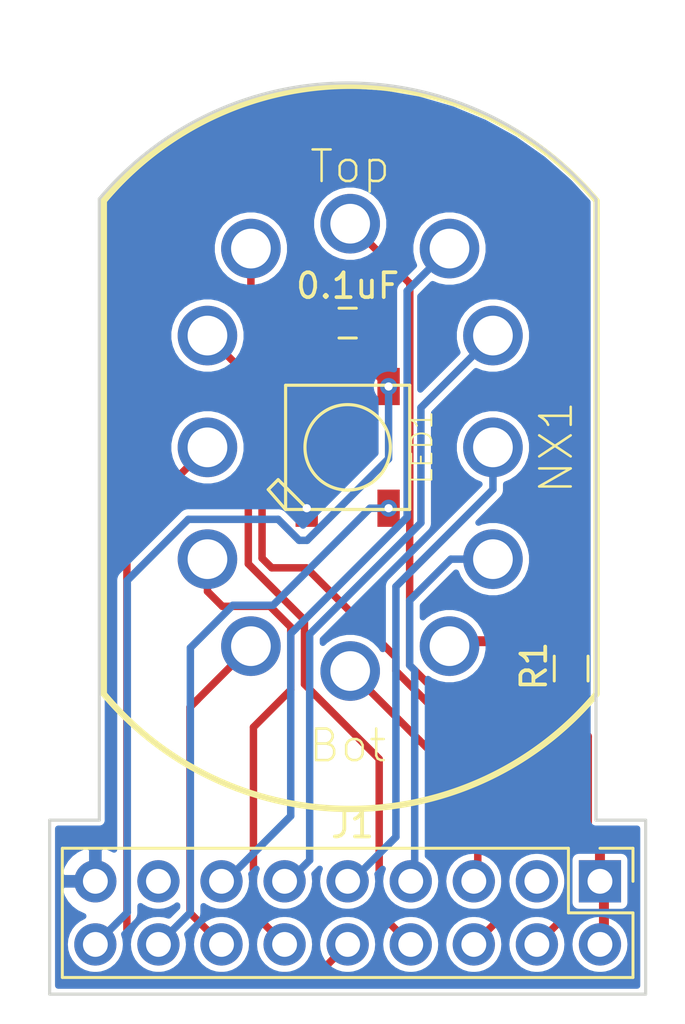
<source format=kicad_pcb>
(kicad_pcb (version 20171130) (host pcbnew "(5.0.2)-1")

  (general
    (thickness 1.6002)
    (drawings 9)
    (tracks 105)
    (zones 0)
    (modules 6)
    (nets 20)
  )

  (page A4)
  (layers
    (0 F.Cu signal)
    (31 B.Cu signal)
    (34 B.Paste user)
    (35 F.Paste user)
    (36 B.SilkS user)
    (37 F.SilkS user)
    (38 B.Mask user)
    (39 F.Mask user)
    (44 Edge.Cuts user)
  )

  (setup
    (last_trace_width 0.254)
    (user_trace_width 0.1524)
    (user_trace_width 0.2)
    (user_trace_width 0.25)
    (user_trace_width 0.3)
    (user_trace_width 0.4)
    (user_trace_width 0.5)
    (user_trace_width 0.6)
    (user_trace_width 0.8)
    (trace_clearance 0.254)
    (zone_clearance 0.1524)
    (zone_45_only no)
    (trace_min 0.1524)
    (segment_width 0.127)
    (edge_width 0.127)
    (via_size 0.6858)
    (via_drill 0.3302)
    (via_min_size 0.6858)
    (via_min_drill 0.3302)
    (uvia_size 0.508)
    (uvia_drill 0.127)
    (uvias_allowed no)
    (uvia_min_size 0.508)
    (uvia_min_drill 0.127)
    (pcb_text_width 0.127)
    (pcb_text_size 0.6 0.6)
    (mod_edge_width 0.127)
    (mod_text_size 0.6 0.6)
    (mod_text_width 0.127)
    (pad_size 1.524 1.524)
    (pad_drill 0.762)
    (pad_to_mask_clearance 0.05)
    (solder_mask_min_width 0.25)
    (pad_to_paste_clearance -0.04)
    (aux_axis_origin 0 0)
    (grid_origin 160.02 119.38)
    (visible_elements 7FFFFF7F)
    (pcbplotparams
      (layerselection 0x3ffff_80000001)
      (usegerberextensions true)
      (usegerberattributes true)
      (usegerberadvancedattributes false)
      (creategerberjobfile false)
      (excludeedgelayer true)
      (linewidth 0.127000)
      (plotframeref false)
      (viasonmask false)
      (mode 1)
      (useauxorigin false)
      (hpglpennumber 1)
      (hpglpenspeed 20)
      (hpglpendiameter 15.000000)
      (psnegative false)
      (psa4output false)
      (plotreference true)
      (plotvalue true)
      (plotinvisibletext false)
      (padsonsilk false)
      (subtractmaskfromsilk false)
      (outputformat 1)
      (mirror false)
      (drillshape 0)
      (scaleselection 1)
      (outputdirectory "CAM/"))
  )

  (net 0 "")
  (net 1 +5V)
  (net 2 GND)
  (net 3 /Anode)
  (net 4 /Din)
  (net 5 "Net-(J1-Pad3)")
  (net 6 /HV6)
  (net 7 /HV11)
  (net 8 /HV5)
  (net 9 /HV10)
  (net 10 /HV4)
  (net 11 /HV9)
  (net 12 /HV3)
  (net 13 /HV8)
  (net 14 /HV2)
  (net 15 /HV7)
  (net 16 /HV1)
  (net 17 "Net-(NX1-PadA)")
  (net 18 "Net-(J1-Pad15)")
  (net 19 "Net-(LED1-Pad2-DO)")

  (net_class Default "Imperial - this is the standard class"
    (clearance 0.254)
    (trace_width 0.254)
    (via_dia 0.6858)
    (via_drill 0.3302)
    (uvia_dia 0.508)
    (uvia_drill 0.127)
    (add_net +5V)
    (add_net /Anode)
    (add_net /Din)
    (add_net /HV1)
    (add_net /HV10)
    (add_net /HV11)
    (add_net /HV2)
    (add_net /HV3)
    (add_net /HV4)
    (add_net /HV5)
    (add_net /HV6)
    (add_net /HV7)
    (add_net /HV8)
    (add_net /HV9)
    (add_net GND)
    (add_net "Net-(J1-Pad15)")
    (add_net "Net-(J1-Pad3)")
    (add_net "Net-(LED1-Pad2-DO)")
    (add_net "Net-(NX1-PadA)")
  )

  (net_class 0.2mm ""
    (clearance 0.2)
    (trace_width 0.2)
    (via_dia 0.6858)
    (via_drill 0.3302)
    (uvia_dia 0.508)
    (uvia_drill 0.127)
  )

  (net_class Minimal ""
    (clearance 0.1524)
    (trace_width 0.1524)
    (via_dia 0.6858)
    (via_drill 0.3302)
    (uvia_dia 0.508)
    (uvia_drill 0.127)
  )

  (module adafruit:adafruit-WS2812B (layer F.Cu) (tedit 5A39BE5B) (tstamp 5A3ACAFA)
    (at 160.02 119.38 90)
    (path /592C7523)
    (attr smd)
    (fp_text reference LED1 (at 0 3 90) (layer F.SilkS)
      (effects (font (size 0.8128 0.8128) (thickness 0.0762)))
    )
    (fp_text value WS2812B5050 (at 0 0 90) (layer F.SilkS) hide
      (effects (font (size 1.524 1.524) (thickness 0.15)))
    )
    (fp_line (start 2.49936 2.49936) (end -2.49936 2.49936) (layer F.SilkS) (width 0.127))
    (fp_line (start -2.49936 2.49936) (end -2.49936 -1.59766) (layer F.SilkS) (width 0.127))
    (fp_line (start -2.49936 -1.59766) (end -2.49936 -2.49936) (layer F.SilkS) (width 0.127))
    (fp_line (start -2.49936 -2.49936) (end -1.59766 -2.49936) (layer F.SilkS) (width 0.127))
    (fp_line (start -1.59766 -2.49936) (end 2.49936 -2.49936) (layer F.SilkS) (width 0.127))
    (fp_line (start 2.49936 -2.49936) (end 2.49936 2.49936) (layer F.SilkS) (width 0.127))
    (fp_line (start -2.49936 -1.59766) (end -1.59766 -2.49936) (layer F.SilkS) (width 0.127))
    (fp_line (start -1.59766 -2.49936) (end -1.29794 -2.79908) (layer F.SilkS) (width 0.127))
    (fp_line (start -1.29794 -2.79908) (end -1.69926 -3.19786) (layer F.SilkS) (width 0.127))
    (fp_line (start -1.69926 -3.19786) (end -2.49936 -2.49936) (layer F.SilkS) (width 0.127))
    (fp_circle (center 0 0) (end 0 -1.71958) (layer F.SilkS) (width 0.127))
    (pad 1-VD smd rect (at 2.44856 1.64846 270) (size 1.4986 0.89916) (layers F.Cu F.Paste F.Mask)
      (net 1 +5V))
    (pad 2-DO smd rect (at 2.44856 -1.64846 270) (size 1.4986 0.89916) (layers F.Cu F.Paste F.Mask)
      (net 19 "Net-(LED1-Pad2-DO)"))
    (pad 3-GN smd rect (at -2.44856 -1.64846 270) (size 1.4986 0.89916) (layers F.Cu F.Paste F.Mask)
      (net 2 GND))
    (pad 4-DI smd rect (at -2.44856 1.64846 270) (size 1.4986 0.89916) (layers F.Cu F.Paste F.Mask)
      (net 4 /Din))
  )

  (module Pin_Headers:Pin_Header_Straight_2x09_Pitch2.54mm (layer F.Cu) (tedit 59650532) (tstamp 5A3BE88D)
    (at 170.18 136.84 270)
    (descr "Through hole straight pin header, 2x09, 2.54mm pitch, double rows")
    (tags "Through hole pin header THT 2x09 2.54mm double row")
    (path /5A39B530)
    (fp_text reference J1 (at -2.26 9.96) (layer F.SilkS)
      (effects (font (size 1 1) (thickness 0.15)))
    )
    (fp_text value Nixie (at 1.27 22.65 270) (layer F.Fab)
      (effects (font (size 1 1) (thickness 0.15)))
    )
    (fp_line (start 0 -1.27) (end 3.81 -1.27) (layer F.Fab) (width 0.1))
    (fp_line (start 3.81 -1.27) (end 3.81 21.59) (layer F.Fab) (width 0.1))
    (fp_line (start 3.81 21.59) (end -1.27 21.59) (layer F.Fab) (width 0.1))
    (fp_line (start -1.27 21.59) (end -1.27 0) (layer F.Fab) (width 0.1))
    (fp_line (start -1.27 0) (end 0 -1.27) (layer F.Fab) (width 0.1))
    (fp_line (start -1.33 21.65) (end 3.87 21.65) (layer F.SilkS) (width 0.12))
    (fp_line (start -1.33 1.27) (end -1.33 21.65) (layer F.SilkS) (width 0.12))
    (fp_line (start 3.87 -1.33) (end 3.87 21.65) (layer F.SilkS) (width 0.12))
    (fp_line (start -1.33 1.27) (end 1.27 1.27) (layer F.SilkS) (width 0.12))
    (fp_line (start 1.27 1.27) (end 1.27 -1.33) (layer F.SilkS) (width 0.12))
    (fp_line (start 1.27 -1.33) (end 3.87 -1.33) (layer F.SilkS) (width 0.12))
    (fp_line (start -1.33 0) (end -1.33 -1.33) (layer F.SilkS) (width 0.12))
    (fp_line (start -1.33 -1.33) (end 0 -1.33) (layer F.SilkS) (width 0.12))
    (fp_line (start -1.8 -1.8) (end -1.8 22.1) (layer F.CrtYd) (width 0.05))
    (fp_line (start -1.8 22.1) (end 4.35 22.1) (layer F.CrtYd) (width 0.05))
    (fp_line (start 4.35 22.1) (end 4.35 -1.8) (layer F.CrtYd) (width 0.05))
    (fp_line (start 4.35 -1.8) (end -1.8 -1.8) (layer F.CrtYd) (width 0.05))
    (fp_text user %R (at 1.27 10.16) (layer F.Fab)
      (effects (font (size 1 1) (thickness 0.15)))
    )
    (pad 1 thru_hole rect (at 0 0 270) (size 1.7 1.7) (drill 1) (layers *.Cu *.Mask)
      (net 3 /Anode))
    (pad 2 thru_hole oval (at 2.54 0 270) (size 1.7 1.7) (drill 1) (layers *.Cu *.Mask)
      (net 3 /Anode))
    (pad 3 thru_hole oval (at 0 2.54 270) (size 1.7 1.7) (drill 1) (layers *.Cu *.Mask)
      (net 5 "Net-(J1-Pad3)"))
    (pad 4 thru_hole oval (at 2.54 2.54 270) (size 1.7 1.7) (drill 1) (layers *.Cu *.Mask)
      (net 6 /HV6))
    (pad 5 thru_hole oval (at 0 5.08 270) (size 1.7 1.7) (drill 1) (layers *.Cu *.Mask)
      (net 7 /HV11))
    (pad 6 thru_hole oval (at 2.54 5.08 270) (size 1.7 1.7) (drill 1) (layers *.Cu *.Mask)
      (net 8 /HV5))
    (pad 7 thru_hole oval (at 0 7.62 270) (size 1.7 1.7) (drill 1) (layers *.Cu *.Mask)
      (net 9 /HV10))
    (pad 8 thru_hole oval (at 2.54 7.62 270) (size 1.7 1.7) (drill 1) (layers *.Cu *.Mask)
      (net 10 /HV4))
    (pad 9 thru_hole oval (at 0 10.16 270) (size 1.7 1.7) (drill 1) (layers *.Cu *.Mask)
      (net 11 /HV9))
    (pad 10 thru_hole oval (at 2.54 10.16 270) (size 1.7 1.7) (drill 1) (layers *.Cu *.Mask)
      (net 12 /HV3))
    (pad 11 thru_hole oval (at 0 12.7 270) (size 1.7 1.7) (drill 1) (layers *.Cu *.Mask)
      (net 13 /HV8))
    (pad 12 thru_hole oval (at 2.54 12.7 270) (size 1.7 1.7) (drill 1) (layers *.Cu *.Mask)
      (net 14 /HV2))
    (pad 13 thru_hole oval (at 0 15.24 270) (size 1.7 1.7) (drill 1) (layers *.Cu *.Mask)
      (net 15 /HV7))
    (pad 14 thru_hole oval (at 2.54 15.24 270) (size 1.7 1.7) (drill 1) (layers *.Cu *.Mask)
      (net 16 /HV1))
    (pad 15 thru_hole oval (at 0 17.78 270) (size 1.7 1.7) (drill 1) (layers *.Cu *.Mask)
      (net 18 "Net-(J1-Pad15)"))
    (pad 16 thru_hole oval (at 2.54 17.78 270) (size 1.7 1.7) (drill 1) (layers *.Cu *.Mask)
      (net 4 /Din))
    (pad 17 thru_hole oval (at 0 20.32 270) (size 1.7 1.7) (drill 1) (layers *.Cu *.Mask)
      (net 2 GND))
    (pad 18 thru_hole oval (at 2.54 20.32 270) (size 1.7 1.7) (drill 1) (layers *.Cu *.Mask)
      (net 1 +5V))
    (model Pin_Headers.3dshapes/Pin_Header_Angled_2x09_Pitch2.54mm.wrl
      (offset (xyz 0 0 -3.047999954223633))
      (scale (xyz 1 1 -1))
      (rotate (xyz 0 0 0))
    )
  )

  (module nixies-us:nixies-us-IN-12-DSUB-NOHOLE (layer F.Cu) (tedit 5A39CE5F) (tstamp 5A3BEB79)
    (at 160.12204 119.38)
    (descr "FOR USE WITH FEMALE D-SUB PINS")
    (tags "FOR USE WITH FEMALE D-SUB PINS")
    (path /5A39B784)
    (attr virtual)
    (fp_text reference NX1 (at 8.29796 0 90) (layer F.SilkS)
      (effects (font (size 1.27 1.27) (thickness 0.1016)))
    )
    (fp_text value IN-12 (at -0.10204 12) (layer F.SilkS) hide
      (effects (font (size 1.27 1.27) (thickness 0.1016)))
    )
    (fp_line (start 9.92124 -9.92124) (end 9.92124 9.92124) (layer F.SilkS) (width 0.254))
    (fp_line (start -9.92124 9.92124) (end -9.92124 -9.92124) (layer F.SilkS) (width 0.254))
    (fp_arc (start 0 1.59512) (end 9.92124 9.92124) (angle 100) (layer F.SilkS) (width 0.254))
    (fp_arc (start 0 -1.59512) (end -9.92124 -9.92124) (angle 100) (layer F.SilkS) (width 0.254))
    (fp_text user Bot (at -0.10204 12) (layer F.SilkS)
      (effects (font (size 1.27 1.27) (thickness 0.1016)))
    )
    (fp_text user Top (at -0.00204 -11.3) (layer F.SilkS)
      (effects (font (size 1.27 1.27) (thickness 0.1016)))
    )
    (pad 0 thru_hole circle (at 5.74802 4.49834) (size 2.39776 2.39776) (drill 1.59766) (layers *.Cu *.Paste *.Mask)
      (net 9 /HV10))
    (pad 1 thru_hole circle (at -3.99796 7.99846) (size 2.39776 2.39776) (drill 1.59766) (layers *.Cu *.Paste *.Mask)
      (net 16 /HV1))
    (pad 2 thru_hole circle (at -5.74802 4.49834) (size 2.39776 2.39776) (drill 1.59766) (layers *.Cu *.Paste *.Mask)
      (net 14 /HV2))
    (pad 3 thru_hole circle (at -5.74802 0) (size 2.39776 2.39776) (drill 1.59766) (layers *.Cu *.Paste *.Mask)
      (net 12 /HV3))
    (pad 4 thru_hole circle (at -5.74802 -4.49834) (size 2.39776 2.39776) (drill 1.59766) (layers *.Cu *.Paste *.Mask)
      (net 10 /HV4))
    (pad 5 thru_hole circle (at -3.99796 -7.99846) (size 2.39776 2.39776) (drill 1.59766) (layers *.Cu *.Paste *.Mask)
      (net 8 /HV5))
    (pad 6 thru_hole circle (at 0 -8.99922) (size 2.39776 2.39776) (drill 1.59766) (layers *.Cu *.Paste *.Mask)
      (net 6 /HV6))
    (pad 7 thru_hole circle (at 3.99796 -7.99846) (size 2.39776 2.39776) (drill 1.59766) (layers *.Cu *.Paste *.Mask)
      (net 15 /HV7))
    (pad 8 thru_hole circle (at 5.74802 -4.49834) (size 2.39776 2.39776) (drill 1.59766) (layers *.Cu *.Paste *.Mask)
      (net 13 /HV8))
    (pad 9 thru_hole circle (at 5.74802 0) (size 2.39776 2.39776) (drill 1.59766) (layers *.Cu *.Paste *.Mask)
      (net 11 /HV9))
    (pad A thru_hole circle (at 3.99796 7.99846) (size 2.39776 2.39776) (drill 1.59766) (layers *.Cu *.Paste *.Mask)
      (net 17 "Net-(NX1-PadA)"))
    (pad LHDP thru_hole circle (at 0 8.99922) (size 2.39776 2.39776) (drill 1.59766) (layers *.Cu *.Paste *.Mask)
      (net 7 /HV11))
    (model C:/Users/mpand/Documents/circuits/IN-12-STC/IN-12.wrl
      (offset (xyz 3.809999942779541 -7.619999885559082 6.47699990272522))
      (scale (xyz 1 1 1))
      (rotate (xyz 0 0 0))
    )
  )

  (module Resistors_SMD:R_0603_HandSoldering (layer F.Cu) (tedit 58E0A804) (tstamp 5A3BEDA9)
    (at 169.02 128.28 270)
    (descr "Resistor SMD 0603, hand soldering")
    (tags "resistor 0603")
    (path /592C7A6F)
    (attr smd)
    (fp_text reference R1 (at -0.1 1.5 270) (layer F.SilkS)
      (effects (font (size 1 1) (thickness 0.15)))
    )
    (fp_text value 10k (at 0 1.55 270) (layer F.Fab)
      (effects (font (size 1 1) (thickness 0.15)))
    )
    (fp_text user %R (at 0 0 270) (layer F.Fab)
      (effects (font (size 0.4 0.4) (thickness 0.075)))
    )
    (fp_line (start -0.8 0.4) (end -0.8 -0.4) (layer F.Fab) (width 0.1))
    (fp_line (start 0.8 0.4) (end -0.8 0.4) (layer F.Fab) (width 0.1))
    (fp_line (start 0.8 -0.4) (end 0.8 0.4) (layer F.Fab) (width 0.1))
    (fp_line (start -0.8 -0.4) (end 0.8 -0.4) (layer F.Fab) (width 0.1))
    (fp_line (start 0.5 0.68) (end -0.5 0.68) (layer F.SilkS) (width 0.12))
    (fp_line (start -0.5 -0.68) (end 0.5 -0.68) (layer F.SilkS) (width 0.12))
    (fp_line (start -1.96 -0.7) (end 1.95 -0.7) (layer F.CrtYd) (width 0.05))
    (fp_line (start -1.96 -0.7) (end -1.96 0.7) (layer F.CrtYd) (width 0.05))
    (fp_line (start 1.95 0.7) (end 1.95 -0.7) (layer F.CrtYd) (width 0.05))
    (fp_line (start 1.95 0.7) (end -1.96 0.7) (layer F.CrtYd) (width 0.05))
    (pad 1 smd rect (at -1.1 0 270) (size 1.2 0.9) (layers F.Cu F.Paste F.Mask)
      (net 17 "Net-(NX1-PadA)"))
    (pad 2 smd rect (at 1.1 0 270) (size 1.2 0.9) (layers F.Cu F.Paste F.Mask)
      (net 3 /Anode))
    (model ${KISYS3DMOD}/Resistors_SMD.3dshapes/R_0603.wrl
      (at (xyz 0 0 0))
      (scale (xyz 1 1 1))
      (rotate (xyz 0 0 0))
    )
  )

  (module Capacitors_SMD:C_0603_HandSoldering (layer F.Cu) (tedit 5A39C51B) (tstamp 5A3BEDEB)
    (at 160.02 114.38 180)
    (descr "Capacitor SMD 0603, hand soldering")
    (tags "capacitor 0603")
    (path /592C7A4C)
    (attr smd)
    (fp_text reference C1 (at 0 1.5 180) (layer F.SilkS) hide
      (effects (font (size 1 1) (thickness 0.15)))
    )
    (fp_text value 0.1uF (at 0 1.5 180) (layer F.SilkS)
      (effects (font (size 1 1) (thickness 0.15)))
    )
    (fp_text user %R (at 0 -1.25 180) (layer F.Fab)
      (effects (font (size 1 1) (thickness 0.15)))
    )
    (fp_line (start -0.8 0.4) (end -0.8 -0.4) (layer F.Fab) (width 0.1))
    (fp_line (start 0.8 0.4) (end -0.8 0.4) (layer F.Fab) (width 0.1))
    (fp_line (start 0.8 -0.4) (end 0.8 0.4) (layer F.Fab) (width 0.1))
    (fp_line (start -0.8 -0.4) (end 0.8 -0.4) (layer F.Fab) (width 0.1))
    (fp_line (start -0.35 -0.6) (end 0.35 -0.6) (layer F.SilkS) (width 0.12))
    (fp_line (start 0.35 0.6) (end -0.35 0.6) (layer F.SilkS) (width 0.12))
    (fp_line (start -1.8 -0.65) (end 1.8 -0.65) (layer F.CrtYd) (width 0.05))
    (fp_line (start -1.8 -0.65) (end -1.8 0.65) (layer F.CrtYd) (width 0.05))
    (fp_line (start 1.8 0.65) (end 1.8 -0.65) (layer F.CrtYd) (width 0.05))
    (fp_line (start 1.8 0.65) (end -1.8 0.65) (layer F.CrtYd) (width 0.05))
    (pad 1 smd rect (at -0.95 0 180) (size 1.2 0.75) (layers F.Cu F.Paste F.Mask)
      (net 1 +5V))
    (pad 2 smd rect (at 0.95 0 180) (size 1.2 0.75) (layers F.Cu F.Paste F.Mask)
      (net 2 GND))
    (model Capacitors_SMD.3dshapes/C_0603.wrl
      (at (xyz 0 0 0))
      (scale (xyz 1 1 1))
      (rotate (xyz 0 0 0))
    )
  )

  (module logos:mermaid_l (layer B.Cu) (tedit 0) (tstamp 5A3BEF0C)
    (at 167.62 113.58 180)
    (fp_text reference G*** (at 0 0 180) (layer B.SilkS) hide
      (effects (font (size 1.524 1.524) (thickness 0.3)) (justify mirror))
    )
    (fp_text value LOGO (at 0.75 0 180) (layer B.SilkS) hide
      (effects (font (size 1.524 1.524) (thickness 0.3)) (justify mirror))
    )
    (fp_poly (pts (xy 0.016811 3.773536) (xy 0.035492 3.771585) (xy 0.039687 3.770741) (xy 0.079417 3.757244)
      (xy 0.111324 3.737775) (xy 0.124832 3.725513) (xy 0.142677 3.704599) (xy 0.153161 3.684612)
      (xy 0.15793 3.661447) (xy 0.15875 3.64097) (xy 0.158058 3.61993) (xy 0.155124 3.604749)
      (xy 0.148654 3.590748) (xy 0.141938 3.580059) (xy 0.122141 3.557766) (xy 0.098998 3.544256)
      (xy 0.074141 3.539962) (xy 0.049199 3.545313) (xy 0.036501 3.55221) (xy 0.025568 3.560763)
      (xy 0.019906 3.570026) (xy 0.017449 3.584153) (xy 0.016932 3.59157) (xy 0.016648 3.608477)
      (xy 0.018904 3.618133) (xy 0.024587 3.623743) (xy 0.026084 3.624592) (xy 0.039465 3.627784)
      (xy 0.050441 3.626922) (xy 0.059967 3.622881) (xy 0.061919 3.615123) (xy 0.060823 3.608777)
      (xy 0.060289 3.596153) (xy 0.064906 3.590901) (xy 0.073078 3.592235) (xy 0.083211 3.599369)
      (xy 0.093713 3.61152) (xy 0.102989 3.6279) (xy 0.103896 3.629997) (xy 0.108418 3.643365)
      (xy 0.108287 3.6547) (xy 0.103467 3.669685) (xy 0.087643 3.698859) (xy 0.064252 3.721926)
      (xy 0.050164 3.731216) (xy 0.036916 3.737802) (xy 0.022748 3.741623) (xy 0.004134 3.743365)
      (xy -0.014288 3.743716) (xy -0.040147 3.742911) (xy -0.057394 3.740394) (xy -0.064294 3.73724)
      (xy -0.073648 3.731439) (xy -0.077728 3.730626) (xy -0.088165 3.726605) (xy -0.102163 3.716065)
      (xy -0.117406 3.701291) (xy -0.131579 3.684564) (xy -0.142367 3.668169) (xy -0.143717 3.665542)
      (xy -0.151883 3.648712) (xy -0.159332 3.633251) (xy -0.163088 3.620111) (xy -0.165384 3.598867)
      (xy -0.16631 3.568514) (xy -0.166318 3.553876) (xy -0.166026 3.5265) (xy -0.165145 3.506715)
      (xy -0.163111 3.491529) (xy -0.159359 3.477949) (xy -0.153324 3.462983) (xy -0.14625 3.447521)
      (xy -0.121753 3.405235) (xy -0.0903 3.36927) (xy -0.051325 3.33924) (xy -0.004264 3.314759)
      (xy 0.051447 3.295441) (xy 0.089958 3.28602) (xy 0.119366 3.282227) (xy 0.156195 3.281263)
      (xy 0.197719 3.282946) (xy 0.241212 3.28709) (xy 0.283951 3.293513) (xy 0.321687 3.301638)
      (xy 0.342155 3.307861) (xy 0.360849 3.315263) (xy 0.376278 3.322945) (xy 0.386953 3.330006)
      (xy 0.391385 3.335547) (xy 0.388082 3.338667) (xy 0.383597 3.339042) (xy 0.373649 3.342219)
      (xy 0.357833 3.350734) (xy 0.338335 3.36306) (xy 0.317344 3.377673) (xy 0.297047 3.393046)
      (xy 0.279632 3.407655) (xy 0.267286 3.419973) (xy 0.26692 3.420407) (xy 0.246827 3.446164)
      (xy 0.232225 3.469838) (xy 0.221889 3.494463) (xy 0.214597 3.523071) (xy 0.209127 3.558694)
      (xy 0.208269 3.565849) (xy 0.208225 3.599519) (xy 0.214696 3.635439) (xy 0.226608 3.670269)
      (xy 0.242885 3.700666) (xy 0.257355 3.718587) (xy 0.284712 3.739246) (xy 0.316451 3.752322)
      (xy 0.350326 3.757709) (xy 0.384089 3.755304) (xy 0.415495 3.745003) (xy 0.441854 3.727116)
      (xy 0.456743 3.708989) (xy 0.464158 3.687733) (xy 0.465666 3.667574) (xy 0.46447 3.649678)
      (xy 0.459418 3.636679) (xy 0.44831 3.623019) (xy 0.447843 3.622523) (xy 0.432662 3.60928)
      (xy 0.418526 3.60395) (xy 0.413448 3.603625) (xy 0.394908 3.608269) (xy 0.381565 3.620647)
      (xy 0.375782 3.638431) (xy 0.375708 3.640833) (xy 0.378805 3.655072) (xy 0.386689 3.660815)
      (xy 0.397247 3.657238) (xy 0.40302 3.65151) (xy 0.411119 3.643576) (xy 0.417703 3.64383)
      (xy 0.420717 3.645984) (xy 0.426691 3.656909) (xy 0.428309 3.673525) (xy 0.425542 3.691863)
      (xy 0.421138 3.703294) (xy 0.410709 3.716673) (xy 0.399156 3.725521) (xy 0.381042 3.731036)
      (xy 0.358057 3.732598) (xy 0.335132 3.730244) (xy 0.318905 3.724949) (xy 0.298369 3.711409)
      (xy 0.278961 3.693672) (xy 0.264484 3.675356) (xy 0.26187 3.670693) (xy 0.258107 3.658302)
      (xy 0.255508 3.640465) (xy 0.254155 3.620218) (xy 0.254128 3.6006) (xy 0.25551 3.584648)
      (xy 0.258381 3.5754) (xy 0.259291 3.574521) (xy 0.263387 3.567227) (xy 0.264583 3.558334)
      (xy 0.266434 3.54854) (xy 0.269875 3.545417) (xy 0.274956 3.541344) (xy 0.275166 3.539772)
      (xy 0.278369 3.532005) (xy 0.286651 3.519125) (xy 0.298022 3.503894) (xy 0.310492 3.489074)
      (xy 0.315691 3.483521) (xy 0.332808 3.469181) (xy 0.356966 3.453086) (xy 0.385192 3.436898)
      (xy 0.41451 3.422278) (xy 0.441945 3.410886) (xy 0.451563 3.407656) (xy 0.513508 3.39253)
      (xy 0.572008 3.386659) (xy 0.6285 3.390216) (xy 0.684423 3.403376) (xy 0.741216 3.42631)
      (xy 0.78052 3.447259) (xy 0.817352 3.46804) (xy 0.848125 3.483558) (xy 0.875501 3.494552)
      (xy 0.902139 3.501759) (xy 0.9307 3.505917) (xy 0.963843 3.507764) (xy 0.999762 3.50806)
      (xy 1.029829 3.507596) (xy 1.058475 3.506543) (xy 1.08289 3.505047) (xy 1.100268 3.50325)
      (xy 1.103312 3.502746) (xy 1.124251 3.498943) (xy 1.148566 3.494739) (xy 1.16152 3.492588)
      (xy 1.183437 3.488718) (xy 1.205109 3.484407) (xy 1.21576 3.482026) (xy 1.242534 3.475574)
      (xy 1.261268 3.470981) (xy 1.27422 3.467665) (xy 1.283649 3.465044) (xy 1.29181 3.462534)
      (xy 1.293812 3.46189) (xy 1.330054 3.447173) (xy 1.362613 3.428217) (xy 1.390124 3.406284)
      (xy 1.411222 3.382636) (xy 1.42454 3.358536) (xy 1.428749 3.337087) (xy 1.430965 3.31796)
      (xy 1.436932 3.293293) (xy 1.445634 3.266996) (xy 1.4496 3.257021) (xy 1.460028 3.223921)
      (xy 1.465344 3.188889) (xy 1.465701 3.173183) (xy 1.465206 3.152449) (xy 1.465622 3.140318)
      (xy 1.467505 3.134815) (xy 1.471411 3.133966) (xy 1.476375 3.135313) (xy 1.485246 3.136563)
      (xy 1.485546 3.132317) (xy 1.477379 3.123141) (xy 1.473497 3.119686) (xy 1.464568 3.110292)
      (xy 1.463129 3.101507) (xy 1.465406 3.093994) (xy 1.472998 3.082438) (xy 1.485846 3.06985)
      (xy 1.491895 3.065257) (xy 1.507592 3.051442) (xy 1.513053 3.038041) (xy 1.508312 3.023896)
      (xy 1.493572 3.007997) (xy 1.481954 2.996879) (xy 1.477871 2.989625) (xy 1.480148 2.984092)
      (xy 1.480343 2.983889) (xy 1.48489 2.973373) (xy 1.486712 2.956585) (xy 1.485771 2.93749)
      (xy 1.482027 2.920051) (xy 1.481007 2.917281) (xy 1.468042 2.883178) (xy 1.459777 2.85676)
      (xy 1.455764 2.836468) (xy 1.455208 2.827306) (xy 1.451635 2.812089) (xy 1.440656 2.801224)
      (xy 1.433744 2.797314) (xy 1.425278 2.794661) (xy 1.41333 2.793085) (xy 1.395971 2.79241)
      (xy 1.371273 2.792457) (xy 1.349375 2.792809) (xy 1.31873 2.793255) (xy 1.296659 2.793112)
      (xy 1.281157 2.792186) (xy 1.270221 2.790279) (xy 1.261849 2.787196) (xy 1.255447 2.783626)
      (xy 1.244268 2.774775) (xy 1.238474 2.766405) (xy 1.23825 2.764974) (xy 1.235863 2.757876)
      (xy 1.233805 2.756959) (xy 1.229201 2.752098) (xy 1.223916 2.739092) (xy 1.218503 2.720308)
      (xy 1.213515 2.698112) (xy 1.209506 2.674871) (xy 1.207028 2.652951) (xy 1.2065 2.640132)
      (xy 1.207874 2.614203) (xy 1.211589 2.582523) (xy 1.217032 2.549504) (xy 1.222776 2.522803)
      (xy 1.235661 2.473043) (xy 1.247332 2.433315) (xy 1.257929 2.403156) (xy 1.259293 2.399771)
      (xy 1.264013 2.387513) (xy 1.269636 2.371955) (xy 1.270086 2.370667) (xy 1.278721 2.347809)
      (xy 1.289907 2.322021) (xy 1.304888 2.290463) (xy 1.308378 2.283355) (xy 1.317963 2.259043)
      (xy 1.323702 2.234224) (xy 1.325348 2.211548) (xy 1.322652 2.19366) (xy 1.317561 2.184909)
      (xy 1.307186 2.176016) (xy 1.292853 2.165074) (xy 1.277255 2.153968) (xy 1.263087 2.144581)
      (xy 1.253044 2.138797) (xy 1.250232 2.137834) (xy 1.242386 2.13401) (xy 1.231208 2.124466)
      (xy 1.219519 2.11209) (xy 1.21014 2.099773) (xy 1.206613 2.093154) (xy 1.204218 2.073293)
      (xy 1.210459 2.048342) (xy 1.211685 2.04523) (xy 1.220793 2.023791) (xy 1.23213 1.998543)
      (xy 1.244765 1.971403) (xy 1.257766 1.944284) (xy 1.270202 1.9191) (xy 1.281142 1.897767)
      (xy 1.289653 1.882198) (xy 1.294804 1.874308) (xy 1.294911 1.874195) (xy 1.300737 1.866426)
      (xy 1.30175 1.863411) (xy 1.305702 1.855954) (xy 1.316422 1.843726) (xy 1.332206 1.828296)
      (xy 1.351351 1.811235) (xy 1.372151 1.794113) (xy 1.392903 1.778501) (xy 1.397 1.775628)
      (xy 1.412481 1.764474) (xy 1.432822 1.749179) (xy 1.456251 1.731147) (xy 1.480994 1.711783)
      (xy 1.505277 1.692489) (xy 1.527327 1.674669) (xy 1.54537 1.659728) (xy 1.557633 1.649068)
      (xy 1.561041 1.645785) (xy 1.566531 1.641261) (xy 1.577559 1.632846) (xy 1.584854 1.62743)
      (xy 1.599074 1.616479) (xy 1.610642 1.606732) (xy 1.613958 1.603563) (xy 1.621166 1.597319)
      (xy 1.63503 1.586326) (xy 1.653625 1.57203) (xy 1.675029 1.555881) (xy 1.697317 1.539326)
      (xy 1.718566 1.523814) (xy 1.736854 1.510793) (xy 1.740958 1.507944) (xy 1.75542 1.497422)
      (xy 1.767734 1.487559) (xy 1.769672 1.48584) (xy 1.781335 1.477351) (xy 1.789516 1.473434)
      (xy 1.797549 1.469117) (xy 1.799166 1.466423) (xy 1.803588 1.462135) (xy 1.814535 1.456503)
      (xy 1.817687 1.455209) (xy 1.829662 1.449593) (xy 1.835937 1.444862) (xy 1.836208 1.4441)
      (xy 1.840779 1.440501) (xy 1.852852 1.434525) (xy 1.869967 1.42737) (xy 1.872824 1.426267)
      (xy 1.88894 1.420424) (xy 1.902804 1.416562) (xy 1.917198 1.414357) (xy 1.934907 1.413483)
      (xy 1.958714 1.413615) (xy 1.977334 1.414048) (xy 2.011477 1.415666) (xy 2.050591 1.418652)
      (xy 2.089221 1.422539) (xy 2.114726 1.425785) (xy 2.14488 1.42989) (xy 2.16751 1.432256)
      (xy 2.18552 1.432964) (xy 2.201812 1.432095) (xy 2.219288 1.429731) (xy 2.224528 1.428856)
      (xy 2.245404 1.424861) (xy 2.257747 1.421152) (xy 2.263552 1.416902) (xy 2.264833 1.412127)
      (xy 2.263508 1.406717) (xy 2.257986 1.403732) (xy 2.245944 1.402491) (xy 2.231409 1.402292)
      (xy 2.207764 1.401303) (xy 2.182238 1.398663) (xy 2.158033 1.394866) (xy 2.138355 1.390404)
      (xy 2.12725 1.386276) (xy 2.123304 1.383434) (xy 2.123829 1.381057) (xy 2.130164 1.378752)
      (xy 2.143652 1.376125) (xy 2.165634 1.37278) (xy 2.180166 1.370725) (xy 2.208747 1.366286)
      (xy 2.230983 1.361492) (xy 2.251087 1.355226) (xy 2.27327 1.34637) (xy 2.275416 1.345449)
      (xy 2.291879 1.337058) (xy 2.307873 1.326809) (xy 2.32072 1.316668) (xy 2.327745 1.308602)
      (xy 2.328333 1.306591) (xy 2.323743 1.304335) (xy 2.312281 1.304011) (xy 2.297402 1.305252)
      (xy 2.282566 1.307694) (xy 2.271229 1.31097) (xy 2.267743 1.312991) (xy 2.258675 1.31683)
      (xy 2.251604 1.317626) (xy 2.239817 1.320172) (xy 2.234786 1.323331) (xy 2.225761 1.326846)
      (xy 2.213884 1.326984) (xy 2.204136 1.325219) (xy 2.204029 1.323129) (xy 2.20927 1.320799)
      (xy 2.23606 1.310129) (xy 2.25511 1.301894) (xy 2.268643 1.294964) (xy 2.278885 1.288209)
      (xy 2.287322 1.281169) (xy 2.296853 1.2715) (xy 2.301715 1.264499) (xy 2.301875 1.263719)
      (xy 2.297454 1.259587) (xy 2.285098 1.260225) (xy 2.266162 1.265338) (xy 2.242005 1.274631)
      (xy 2.232778 1.27872) (xy 2.210862 1.287938) (xy 2.195226 1.292907) (xy 2.186673 1.293593)
      (xy 2.186011 1.289959) (xy 2.194044 1.28197) (xy 2.19612 1.28034) (xy 2.207237 1.273141)
      (xy 2.215319 1.270118) (xy 2.221801 1.265714) (xy 2.226876 1.256324) (xy 2.227791 1.251047)
      (xy 2.223516 1.248302) (xy 2.212505 1.249392) (xy 2.197482 1.253408) (xy 2.181171 1.259436)
      (xy 2.166296 1.266566) (xy 2.15558 1.273887) (xy 2.153708 1.275833) (xy 2.146702 1.280288)
      (xy 2.132687 1.286789) (xy 2.114695 1.294037) (xy 2.095756 1.300732) (xy 2.095124 1.300937)
      (xy 2.07869 1.304461) (xy 2.057774 1.306667) (xy 2.046312 1.307042) (xy 2.028903 1.306558)
      (xy 2.018807 1.304253) (xy 2.012768 1.298853) (xy 2.009183 1.29249) (xy 2.005287 1.278785)
      (xy 2.008579 1.265874) (xy 2.019902 1.252443) (xy 2.040101 1.237179) (xy 2.048014 1.232048)
      (xy 2.069352 1.218173) (xy 2.083328 1.207722) (xy 2.091758 1.198848) (xy 2.096459 1.189706)
      (xy 2.098878 1.180349) (xy 2.099775 1.168122) (xy 2.095521 1.163627) (xy 2.094838 1.16354)
      (xy 2.077123 1.165005) (xy 2.064663 1.173081) (xy 2.054291 1.180457) (xy 2.036679 1.190046)
      (xy 2.014573 1.20055) (xy 1.990717 1.210671) (xy 1.967857 1.219114) (xy 1.965854 1.219776)
      (xy 1.928101 1.233609) (xy 1.898307 1.248381) (xy 1.87387 1.26573) (xy 1.852189 1.287294)
      (xy 1.844908 1.29597) (xy 1.82922 1.314316) (xy 1.813605 1.330793) (xy 1.80082 1.342542)
      (xy 1.797992 1.344686) (xy 1.786309 1.353213) (xy 1.778836 1.359346) (xy 1.778 1.360236)
      (xy 1.771224 1.365606) (xy 1.75693 1.374794) (xy 1.736985 1.386729) (xy 1.713259 1.400343)
      (xy 1.687619 1.414565) (xy 1.661936 1.428326) (xy 1.638076 1.440557) (xy 1.635125 1.442019)
      (xy 1.587553 1.46584) (xy 1.546283 1.487396) (xy 1.507857 1.50852) (xy 1.481666 1.52353)
      (xy 1.464862 1.532936) (xy 1.450648 1.540248) (xy 1.443302 1.543429) (xy 1.435482 1.548118)
      (xy 1.434041 1.551076) (xy 1.429946 1.555562) (xy 1.42835 1.55575) (xy 1.421455 1.558368)
      (xy 1.407463 1.565519) (xy 1.388265 1.576151) (xy 1.365753 1.589212) (xy 1.341819 1.60365)
      (xy 1.338081 1.605957) (xy 1.328838 1.611626) (xy 1.314356 1.620452) (xy 1.303686 1.626934)
      (xy 1.289183 1.635949) (xy 1.278713 1.64286) (xy 1.275291 1.645485) (xy 1.269816 1.650117)
      (xy 1.258818 1.65865) (xy 1.251479 1.66417) (xy 1.234056 1.677274) (xy 1.220686 1.687881)
      (xy 1.208649 1.698391) (xy 1.195222 1.711206) (xy 1.177684 1.728725) (xy 1.173427 1.733021)
      (xy 1.154691 1.753203) (xy 1.136473 1.774958) (xy 1.121826 1.794574) (xy 1.117957 1.80049)
      (xy 1.107458 1.815879) (xy 1.098096 1.826821) (xy 1.091977 1.830917) (xy 1.085418 1.828569)
      (xy 1.084785 1.826948) (xy 1.081627 1.820717) (xy 1.073818 1.810294) (xy 1.071556 1.807605)
      (xy 1.063024 1.796859) (xy 1.058535 1.789598) (xy 1.058333 1.788759) (xy 1.055116 1.78268)
      (xy 1.048847 1.77503) (xy 1.038358 1.760344) (xy 1.026121 1.737991) (xy 1.013216 1.710506)
      (xy 1.00072 1.680421) (xy 0.989714 1.650268) (xy 0.981275 1.622581) (xy 0.977986 1.608667)
      (xy 0.968972 1.562362) (xy 0.962328 1.523365) (xy 0.95779 1.488735) (xy 0.955093 1.45553)
      (xy 0.953972 1.420809) (xy 0.954162 1.38163) (xy 0.954874 1.352021) (xy 0.955956 1.318336)
      (xy 0.957154 1.287144) (xy 0.958377 1.260422) (xy 0.959534 1.240144) (xy 0.960534 1.228284)
      (xy 0.960617 1.227667) (xy 0.961429 1.217554) (xy 0.962358 1.198447) (xy 0.96335 1.171939)
      (xy 0.964353 1.139617) (xy 0.96531 1.103071) (xy 0.96617 1.063891) (xy 0.966176 1.063625)
      (xy 0.966988 1.016579) (xy 0.967314 0.977779) (xy 0.967075 0.9449) (xy 0.96619 0.915612)
      (xy 0.964579 0.887587) (xy 0.962164 0.858498) (xy 0.958863 0.826017) (xy 0.95765 0.814917)
      (xy 0.951084 0.75682) (xy 0.945176 0.707679) (xy 0.939682 0.665903) (xy 0.934356 0.629902)
      (xy 0.928956 0.598088) (xy 0.923235 0.56887) (xy 0.916949 0.54066) (xy 0.912885 0.523875)
      (xy 0.906794 0.498662) (xy 0.901413 0.475129) (xy 0.897462 0.456489) (xy 0.895973 0.44834)
      (xy 0.892856 0.434708) (xy 0.889085 0.426281) (xy 0.888285 0.425538) (xy 0.884592 0.418555)
      (xy 0.883669 0.411115) (xy 0.882028 0.401383) (xy 0.877635 0.38436) (xy 0.871226 0.362746)
      (xy 0.866028 0.346605) (xy 0.857767 0.321534) (xy 0.84996 0.297435) (xy 0.843739 0.277819)
      (xy 0.841302 0.269875) (xy 0.836378 0.25453) (xy 0.832191 0.243342) (xy 0.830942 0.240771)
      (xy 0.827336 0.232696) (xy 0.822295 0.21902) (xy 0.820702 0.214313) (xy 0.81395 0.195276)
      (xy 0.806669 0.176625) (xy 0.80583 0.174625) (xy 0.798972 0.158321) (xy 0.792944 0.14374)
      (xy 0.792593 0.142875) (xy 0.786649 0.129107) (xy 0.782549 0.120458) (xy 0.778574 0.110063)
      (xy 0.777875 0.105842) (xy 0.775639 0.099184) (xy 0.769428 0.084596) (xy 0.759982 0.063622)
      (xy 0.748042 0.037806) (xy 0.734349 0.008691) (xy 0.719644 -0.022178) (xy 0.704668 -0.053257)
      (xy 0.690162 -0.083002) (xy 0.676867 -0.10987) (xy 0.665523 -0.132316) (xy 0.656873 -0.148797)
      (xy 0.651656 -0.157769) (xy 0.650888 -0.15875) (xy 0.64704 -0.164585) (xy 0.640139 -0.176579)
      (xy 0.635415 -0.185208) (xy 0.622667 -0.207639) (xy 0.605809 -0.235506) (xy 0.586295 -0.266573)
      (xy 0.565581 -0.298607) (xy 0.545121 -0.329373) (xy 0.52637 -0.356639) (xy 0.510784 -0.378168)
      (xy 0.504464 -0.386291) (xy 0.49882 -0.393433) (xy 0.48822 -0.406992) (xy 0.474188 -0.425014)
      (xy 0.458423 -0.445321) (xy 0.386268 -0.531586) (xy 0.305323 -0.615902) (xy 0.217382 -0.696433)
      (xy 0.193138 -0.716902) (xy 0.177764 -0.729736) (xy 0.165728 -0.739925) (xy 0.159212 -0.745619)
      (xy 0.15875 -0.74607) (xy 0.15364 -0.750212) (xy 0.141905 -0.75919) (xy 0.125441 -0.771566)
      (xy 0.111125 -0.782215) (xy 0.091503 -0.796811) (xy 0.074346 -0.809688) (xy 0.061903 -0.819151)
      (xy 0.057234 -0.822811) (xy 0.046348 -0.830914) (xy 0.033422 -0.839659) (xy 0.019429 -0.849492)
      (xy 0.008262 -0.85853) (xy -0.00115 -0.865562) (xy -0.006772 -0.867833) (xy -0.013177 -0.871028)
      (xy -0.024494 -0.879231) (xy -0.033185 -0.886354) (xy -0.046046 -0.896711) (xy -0.055853 -0.903433)
      (xy -0.059243 -0.904875) (xy -0.065136 -0.907527) (xy -0.076973 -0.9143) (xy -0.09191 -0.923419)
      (xy -0.107104 -0.933106) (xy -0.119711 -0.941585) (xy -0.126887 -0.947081) (xy -0.127 -0.947193)
      (xy -0.133129 -0.951521) (xy -0.142875 -0.957378) (xy -0.152011 -0.962765) (xy -0.168175 -0.972485)
      (xy -0.189376 -0.985333) (xy -0.213623 -1.000104) (xy -0.223801 -1.006326) (xy -0.247553 -1.020777)
      (xy -0.267952 -1.033032) (xy -0.283378 -1.04213) (xy -0.292207 -1.047106) (xy -0.293632 -1.04775)
      (xy -0.298902 -1.050229) (xy -0.310818 -1.056768) (xy -0.326931 -1.066017) (xy -0.328991 -1.067222)
      (xy -0.356603 -1.083148) (xy -0.386048 -1.099703) (xy -0.414493 -1.115327) (xy -0.439106 -1.128464)
      (xy -0.455084 -1.136599) (xy -0.467632 -1.14309) (xy -0.475484 -1.147821) (xy -0.47625 -1.148468)
      (xy -0.481786 -1.151903) (xy -0.494692 -1.158989) (xy -0.512891 -1.168607) (xy -0.529167 -1.177013)
      (xy -0.578322 -1.202179) (xy -0.622845 -1.225001) (xy -0.661951 -1.245075) (xy -0.694854 -1.261998)
      (xy -0.720769 -1.275365) (xy -0.73891 -1.284772) (xy -0.748492 -1.289816) (xy -0.748968 -1.290075)
      (xy -0.758048 -1.294813) (xy -0.773987 -1.302904) (xy -0.794153 -1.313017) (xy -0.80698 -1.3194)
      (xy -0.881231 -1.35675) (xy -0.94652 -1.390707) (xy -1.003734 -1.421745) (xy -1.05376 -1.450342)
      (xy -1.076855 -1.464177) (xy -1.090458 -1.471801) (xy -1.098021 -1.475597) (xy -1.105412 -1.479911)
      (xy -1.119579 -1.488876) (xy -1.138874 -1.501392) (xy -1.161647 -1.516359) (xy -1.18625 -1.532677)
      (xy -1.211035 -1.549246) (xy -1.234352 -1.564966) (xy -1.254552 -1.578737) (xy -1.269988 -1.58946)
      (xy -1.279009 -1.596033) (xy -1.280584 -1.5974) (xy -1.28583 -1.602217) (xy -1.296881 -1.611472)
      (xy -1.309688 -1.621833) (xy -1.369914 -1.675393) (xy -1.421218 -1.732685) (xy -1.463288 -1.79318)
      (xy -1.495811 -1.856346) (xy -1.518476 -1.921651) (xy -1.530971 -1.988566) (xy -1.532115 -2.00072)
      (xy -1.533533 -2.021291) (xy -1.533389 -2.03401) (xy -1.531178 -2.041555) (xy -1.526396 -2.046606)
      (xy -1.523028 -2.048937) (xy -1.508982 -2.055507) (xy -1.492365 -2.060056) (xy -1.492229 -2.060079)
      (xy -1.452691 -2.067475) (xy -1.418964 -2.075738) (xy -1.394355 -2.083271) (xy -1.372487 -2.090356)
      (xy -1.346337 -2.098616) (xy -1.322917 -2.10585) (xy -1.302468 -2.112199) (xy -1.284909 -2.117877)
      (xy -1.273608 -2.12179) (xy -1.272646 -2.122164) (xy -1.262724 -2.125949) (xy -1.246121 -2.132103)
      (xy -1.226116 -2.139411) (xy -1.222375 -2.140766) (xy -1.203039 -2.148094) (xy -1.187481 -2.154598)
      (xy -1.178496 -2.159093) (xy -1.177661 -2.159711) (xy -1.168071 -2.163984) (xy -1.164987 -2.164291)
      (xy -1.156849 -2.166561) (xy -1.141251 -2.172762) (xy -1.120145 -2.181983) (xy -1.095482 -2.193313)
      (xy -1.069213 -2.20584) (xy -1.043289 -2.218653) (xy -1.019661 -2.230841) (xy -1.002771 -2.240067)
      (xy -0.979183 -2.253619) (xy -0.954406 -2.268128) (xy -0.930964 -2.28209) (xy -0.911386 -2.293997)
      (xy -0.898196 -2.302344) (xy -0.897227 -2.302991) (xy -0.84537 -2.340492) (xy -0.792658 -2.383257)
      (xy -0.741528 -2.42907) (xy -0.694416 -2.475712) (xy -0.653759 -2.520968) (xy -0.642579 -2.534708)
      (xy -0.628634 -2.552018) (xy -0.616971 -2.565902) (xy -0.609232 -2.574434) (xy -0.607219 -2.576159)
      (xy -0.603295 -2.582213) (xy -0.60325 -2.582995) (xy -0.599953 -2.59017) (xy -0.592419 -2.599694)
      (xy -0.584795 -2.609595) (xy -0.573492 -2.626331) (xy -0.559985 -2.647494) (xy -0.545751 -2.670677)
      (xy -0.532266 -2.693472) (xy -0.521004 -2.713471) (xy -0.513442 -2.728265) (xy -0.512956 -2.729342)
      (xy -0.506925 -2.740667) (xy -0.501953 -2.746251) (xy -0.501417 -2.746375) (xy -0.497764 -2.750622)
      (xy -0.497417 -2.753524) (xy -0.495063 -2.76201) (xy -0.489037 -2.775934) (xy -0.484188 -2.785554)
      (xy -0.476676 -2.800966) (xy -0.471883 -2.81327) (xy -0.470959 -2.817651) (xy -0.468504 -2.82541)
      (xy -0.46699 -2.826631) (xy -0.463351 -2.832354) (xy -0.457475 -2.846051) (xy -0.450118 -2.865545)
      (xy -0.442034 -2.888659) (xy -0.433976 -2.913215) (xy -0.4267 -2.937036) (xy -0.420958 -2.957944)
      (xy -0.419645 -2.963333) (xy -0.414816 -2.982772) (xy -0.410227 -2.999259) (xy -0.40721 -3.008312)
      (xy -0.403349 -3.020934) (xy -0.400065 -3.036847) (xy -0.399977 -3.037416) (xy -0.397973 -3.049953)
      (xy -0.394675 -3.070065) (xy -0.390554 -3.094892) (xy -0.386442 -3.119437) (xy -0.382507 -3.145522)
      (xy -0.379552 -3.172135) (xy -0.377442 -3.20146) (xy -0.376041 -3.23568) (xy -0.375217 -3.276977)
      (xy -0.374941 -3.306237) (xy -0.374907 -3.341428) (xy -0.375253 -3.373114) (xy -0.375932 -3.399753)
      (xy -0.376895 -3.4198) (xy -0.378095 -3.431711) (xy -0.378888 -3.43429) (xy -0.385103 -3.433466)
      (xy -0.398593 -3.427213) (xy -0.41801 -3.416235) (xy -0.441209 -3.401752) (xy -0.483878 -3.374892)
      (xy -0.526415 -3.34985) (xy -0.571041 -3.325433) (xy -0.619976 -3.30045) (xy -0.67544 -3.27371)
      (xy -0.709084 -3.258031) (xy -0.744498 -3.241758) (xy -0.773275 -3.228687) (xy -0.794644 -3.21916)
      (xy -0.807839 -3.213522) (xy -0.812017 -3.212041) (xy -0.817473 -3.210007) (xy -0.830202 -3.204577)
      (xy -0.847855 -3.196764) (xy -0.855541 -3.193302) (xy -0.87586 -3.184131) (xy -0.893504 -3.176218)
      (xy -0.905456 -3.170914) (xy -0.907521 -3.170016) (xy -0.918356 -3.165316) (xy -0.934412 -3.158299)
      (xy -0.944563 -3.153846) (xy -0.976212 -3.140021) (xy -0.999364 -3.130101) (xy -1.015151 -3.123604)
      (xy -1.018646 -3.12224) (xy -1.034695 -3.115354) (xy -1.057193 -3.104752) (xy -1.083338 -3.091857)
      (xy -1.110325 -3.078089) (xy -1.135352 -3.064868) (xy -1.155614 -3.053616) (xy -1.164167 -3.048495)
      (xy -1.18064 -3.036718) (xy -1.199817 -3.020816) (xy -1.220061 -3.002427) (xy -1.239737 -2.983188)
      (xy -1.257209 -2.964736) (xy -1.27084 -2.948708) (xy -1.278994 -2.936743) (xy -1.280584 -2.931984)
      (xy -1.284494 -2.925639) (xy -1.284991 -2.925409) (xy -1.290019 -2.9202) (xy -1.298403 -2.9087)
      (xy -1.308276 -2.893826) (xy -1.317775 -2.878494) (xy -1.325035 -2.865619) (xy -1.32819 -2.858117)
      (xy -1.328209 -2.857838) (xy -1.332 -2.851529) (xy -1.332427 -2.851326) (xy -1.337013 -2.84591)
      (xy -1.344025 -2.834059) (xy -1.348297 -2.82575) (xy -1.354863 -2.813311) (xy -1.359169 -2.807024)
      (xy -1.360124 -2.807229) (xy -1.360267 -2.814002) (xy -1.360556 -2.829563) (xy -1.360961 -2.852114)
      (xy -1.361448 -2.879861) (xy -1.36193 -2.90777) (xy -1.363484 -2.959059) (xy -1.366614 -3.002125)
      (xy -1.371909 -3.039285) (xy -1.379955 -3.072855) (xy -1.391341 -3.105149) (xy -1.406655 -3.138482)
      (xy -1.426484 -3.175172) (xy -1.432473 -3.185583) (xy -1.441516 -3.200851) (xy -1.454792 -3.222887)
      (xy -1.470945 -3.249473) (xy -1.488616 -3.278392) (xy -1.506447 -3.307427) (xy -1.523079 -3.334361)
      (xy -1.537156 -3.356975) (xy -1.546782 -3.372217) (xy -1.556574 -3.387882) (xy -1.563588 -3.399817)
      (xy -1.566333 -3.405482) (xy -1.566334 -3.405513) (xy -1.569332 -3.411428) (xy -1.571875 -3.414671)
      (xy -1.578955 -3.424037) (xy -1.58836 -3.437955) (xy -1.598309 -3.453578) (xy -1.607021 -3.468061)
      (xy -1.612717 -3.478559) (xy -1.613959 -3.481937) (xy -1.617841 -3.488012) (xy -1.618012 -3.48809)
      (xy -1.62267 -3.49336) (xy -1.6306 -3.505128) (xy -1.640113 -3.520543) (xy -1.649522 -3.536754)
      (xy -1.657137 -3.550911) (xy -1.661271 -3.560162) (xy -1.661584 -3.56167) (xy -1.66483 -3.566534)
      (xy -1.665553 -3.566624) (xy -1.670608 -3.570852) (xy -1.67527 -3.57853) (xy -1.6797 -3.587499)
      (xy -1.687831 -3.603801) (xy -1.698602 -3.625313) (xy -1.710953 -3.649918) (xy -1.714283 -3.656541)
      (xy -1.728714 -3.685357) (xy -1.739369 -3.707018) (xy -1.747301 -3.723791) (xy -1.753561 -3.73794)
      (xy -1.759201 -3.751728) (xy -1.762834 -3.761052) (xy -1.768776 -3.776191) (xy -1.77226 -3.784864)
      (xy -1.776532 -3.796565) (xy -1.782292 -3.813799) (xy -1.786124 -3.825875) (xy -1.794107 -3.850123)
      (xy -1.800605 -3.864974) (xy -1.806629 -3.871317) (xy -1.813196 -3.870039) (xy -1.821317 -3.862026)
      (xy -1.823851 -3.858896) (xy -1.834996 -3.845041) (xy -1.845018 -3.832935) (xy -1.860304 -3.814747)
      (xy -1.871524 -3.80089) (xy -1.881557 -3.787711) (xy -1.892096 -3.773209) (xy -1.901907 -3.758672)
      (xy -1.908513 -3.747198) (xy -1.910292 -3.74234) (xy -1.913744 -3.735549) (xy -1.9147 -3.735034)
      (xy -1.920879 -3.728832) (xy -1.93058 -3.714612) (xy -1.942942 -3.693993) (xy -1.957108 -3.668592)
      (xy -1.972218 -3.640026) (xy -1.987415 -3.609913) (xy -2.001841 -3.579871) (xy -2.014636 -3.551517)
      (xy -2.02375 -3.529541) (xy -2.030337 -3.513335) (xy -2.036097 -3.500143) (xy -2.037835 -3.49654)
      (xy -2.041998 -3.483106) (xy -2.042584 -3.477009) (xy -2.044998 -3.466849) (xy -2.047875 -3.463395)
      (xy -2.052009 -3.456083) (xy -2.053167 -3.44752) (xy -2.054935 -3.436601) (xy -2.057874 -3.432007)
      (xy -2.06186 -3.425217) (xy -2.065111 -3.412716) (xy -2.06525 -3.411851) (xy -2.068334 -3.396797)
      (xy -2.073297 -3.37719) (xy -2.076624 -3.3655) (xy -2.081421 -3.348705) (xy -2.085851 -3.331208)
      (xy -2.090465 -3.310549) (xy -2.095814 -3.284268) (xy -2.102103 -3.251729) (xy -2.104118 -3.235184)
      (xy -2.105738 -3.210034) (xy -2.106964 -3.178127) (xy -2.107796 -3.141317) (xy -2.108236 -3.101454)
      (xy -2.108284 -3.060389) (xy -2.107942 -3.019973) (xy -2.10721 -2.982059) (xy -2.10609 -2.948496)
      (xy -2.104582 -2.921137) (xy -2.102689 -2.901833) (xy -2.101907 -2.897187) (xy -2.097408 -2.875018)
      (xy -2.092897 -2.852736) (xy -2.090653 -2.841625) (xy -2.086154 -2.822216) (xy -2.080107 -2.799624)
      (xy -2.076886 -2.788708) (xy -2.071304 -2.769055) (xy -2.066835 -2.750617) (xy -2.06525 -2.742357)
      (xy -2.062104 -2.729658) (xy -2.058113 -2.722367) (xy -2.057874 -2.722201) (xy -2.054205 -2.715199)
      (xy -2.053167 -2.706687) (xy -2.05117 -2.695606) (xy -2.047875 -2.690812) (xy -2.043441 -2.683353)
      (xy -2.042584 -2.677199) (xy -2.040167 -2.663351) (xy -2.037938 -2.657667) (xy -2.028974 -2.638529)
      (xy -2.021574 -2.620201) (xy -2.016995 -2.605971) (xy -2.016125 -2.600674) (xy -2.013211 -2.593748)
      (xy -2.010834 -2.592916) (xy -2.005838 -2.588784) (xy -2.005542 -2.586757) (xy -2.003029 -2.576598)
      (xy -1.996034 -2.558966) (xy -1.985376 -2.535552) (xy -1.971874 -2.508043) (xy -1.956348 -2.478128)
      (xy -1.939615 -2.447495) (xy -1.928989 -2.428875) (xy -1.917739 -2.409493) (xy -1.907325 -2.391511)
      (xy -1.899972 -2.378766) (xy -1.899878 -2.378604) (xy -1.893802 -2.368895) (xy -1.883596 -2.35347)
      (xy -1.870613 -2.334284) (xy -1.856206 -2.313291) (xy -1.841728 -2.292446) (xy -1.828532 -2.273702)
      (xy -1.817969 -2.259015) (xy -1.811394 -2.250337) (xy -1.810149 -2.248958) (xy -1.805415 -2.243477)
      (xy -1.79682 -2.232467) (xy -1.79131 -2.225145) (xy -1.770344 -2.198459) (xy -1.747083 -2.172196)
      (xy -1.730055 -2.154423) (xy -1.712724 -2.135815) (xy -1.701877 -2.120706) (xy -1.696021 -2.105635)
      (xy -1.693663 -2.087143) (xy -1.693294 -2.069187) (xy -1.691985 -2.037889) (xy -1.688457 -2.002483)
      (xy -1.683224 -1.966327) (xy -1.6768 -1.932777) (xy -1.669697 -1.905193) (xy -1.666961 -1.897062)
      (xy -1.662846 -1.885204) (xy -1.657579 -1.869155) (xy -1.656354 -1.865312) (xy -1.651279 -1.851164)
      (xy -1.643761 -1.832422) (xy -1.634898 -1.811569) (xy -1.62579 -1.791087) (xy -1.617537 -1.773458)
      (xy -1.611237 -1.761167) (xy -1.608328 -1.756833) (xy -1.603622 -1.750578) (xy -1.598123 -1.740958)
      (xy -1.589342 -1.72555) (xy -1.577322 -1.706415) (xy -1.564213 -1.686774) (xy -1.552167 -1.669852)
      (xy -1.543395 -1.658937) (xy -1.533701 -1.647808) (xy -1.522115 -1.633534) (xy -1.519492 -1.630166)
      (xy -1.508995 -1.617837) (xy -1.49282 -1.600341) (xy -1.47301 -1.579751) (xy -1.451607 -1.558137)
      (xy -1.430655 -1.537571) (xy -1.412197 -1.520124) (xy -1.401731 -1.51077) (xy -1.357403 -1.473157)
      (xy -1.318621 -1.441319) (xy -1.283358 -1.413642) (xy -1.249585 -1.38851) (xy -1.235605 -1.378502)
      (xy -1.217641 -1.365669) (xy -1.202341 -1.354536) (xy -1.192293 -1.346995) (xy -1.190625 -1.345662)
      (xy -1.183402 -1.340435) (xy -1.169185 -1.33075) (xy -1.149876 -1.317883) (xy -1.127377 -1.303113)
      (xy -1.121834 -1.299504) (xy -1.099035 -1.284586) (xy -1.079146 -1.271389) (xy -1.06401 -1.261148)
      (xy -1.05547 -1.255099) (xy -1.054588 -1.254392) (xy -1.047619 -1.249468) (xy -1.045761 -1.248833)
      (xy -1.040676 -1.246146) (xy -1.028295 -1.238745) (xy -1.010238 -1.227621) (xy -0.988122 -1.213767)
      (xy -0.976637 -1.2065) (xy -0.952911 -1.191648) (xy -0.932191 -1.179074) (xy -0.916177 -1.169778)
      (xy -0.90657 -1.164761) (xy -0.904767 -1.164166) (xy -0.899734 -1.160136) (xy -0.899584 -1.158875)
      (xy -0.895597 -1.153736) (xy -0.894346 -1.153583) (xy -0.887735 -1.150891) (xy -0.874734 -1.143728)
      (xy -0.857782 -1.133462) (xy -0.851959 -1.12977) (xy -0.834261 -1.118806) (xy -0.819739 -1.110508)
      (xy -0.810832 -1.106246) (xy -0.809571 -1.105958) (xy -0.804486 -1.101929) (xy -0.804334 -1.100666)
      (xy -0.800255 -1.095592) (xy -0.798646 -1.095375) (xy -0.791821 -1.09266) (xy -0.778679 -1.085443)
      (xy -0.761693 -1.075108) (xy -0.756148 -1.071562) (xy -0.738568 -1.060567) (xy -0.724176 -1.05226)
      (xy -0.715403 -1.048021) (xy -0.71421 -1.04775) (xy -0.709232 -1.043718) (xy -0.709084 -1.042458)
      (xy -0.704956 -1.037455) (xy -0.702969 -1.037166) (xy -0.695181 -1.034173) (xy -0.683284 -1.026712)
      (xy -0.679509 -1.023937) (xy -0.668048 -1.015672) (xy -0.660434 -1.011056) (xy -0.659331 -1.010708)
      (xy -0.653835 -1.007882) (xy -0.641094 -1.000045) (xy -0.6226 -0.988159) (xy -0.599846 -0.973185)
      (xy -0.574324 -0.956086) (xy -0.569023 -0.9525) (xy -0.557684 -0.944904) (xy -0.542121 -0.934585)
      (xy -0.53398 -0.929219) (xy -0.520479 -0.919753) (xy -0.511223 -0.912158) (xy -0.508882 -0.909375)
      (xy -0.502806 -0.905063) (xy -0.500945 -0.904868) (xy -0.493268 -0.901638) (xy -0.481934 -0.89363)
      (xy -0.478896 -0.891087) (xy -0.464832 -0.879737) (xy -0.447329 -0.866715) (xy -0.439209 -0.861015)
      (xy -0.425484 -0.851373) (xy -0.415678 -0.844018) (xy -0.41275 -0.841444) (xy -0.407253 -0.836619)
      (xy -0.396216 -0.827997) (xy -0.388973 -0.822574) (xy -0.341604 -0.784681) (xy -0.290518 -0.738376)
      (xy -0.236734 -0.68471) (xy -0.18127 -0.624736) (xy -0.125146 -0.559505) (xy -0.079249 -0.502708)
      (xy -0.062944 -0.482084) (xy -0.048225 -0.463696) (xy -0.036765 -0.449621) (xy -0.030459 -0.442179)
      (xy -0.023368 -0.431882) (xy -0.021167 -0.424981) (xy -0.018643 -0.418596) (xy -0.017024 -0.418041)
      (xy -0.012737 -0.413871) (xy -0.003884 -0.402445) (xy 0.008345 -0.385385) (xy 0.02276 -0.364315)
      (xy 0.026632 -0.35851) (xy 0.041431 -0.336511) (xy 0.054315 -0.317912) (xy 0.064091 -0.304396)
      (xy 0.069565 -0.297645) (xy 0.070114 -0.297215) (xy 0.074035 -0.291159) (xy 0.074083 -0.290346)
      (xy 0.076736 -0.283466) (xy 0.083632 -0.270748) (xy 0.091547 -0.257714) (xy 0.102346 -0.239365)
      (xy 0.115584 -0.21485) (xy 0.130278 -0.186213) (xy 0.145448 -0.155497) (xy 0.16011 -0.124745)
      (xy 0.173285 -0.096002) (xy 0.18399 -0.07131) (xy 0.191243 -0.052712) (xy 0.193484 -0.045513)
      (xy 0.197682 -0.034152) (xy 0.201669 -0.028741) (xy 0.205337 -0.021741) (xy 0.206375 -0.013229)
      (xy 0.208372 -0.002148) (xy 0.211666 0.002646) (xy 0.2158 0.009959) (xy 0.216958 0.018521)
      (xy 0.218707 0.029427) (xy 0.221618 0.034006) (xy 0.226345 0.040984) (xy 0.228918 0.04887)
      (xy 0.231739 0.060368) (xy 0.236316 0.077762) (xy 0.240367 0.092605) (xy 0.247231 0.117947)
      (xy 0.252872 0.140561) (xy 0.257696 0.162643) (xy 0.262109 0.186386) (xy 0.26652 0.213986)
      (xy 0.271334 0.247637) (xy 0.276959 0.289534) (xy 0.277158 0.291042) (xy 0.279143 0.307953)
      (xy 0.280721 0.326151) (xy 0.281912 0.346792) (xy 0.282732 0.371028) (xy 0.283201 0.400014)
      (xy 0.283335 0.434902) (xy 0.283155 0.476848) (xy 0.282677 0.527004) (xy 0.281919 0.586524)
      (xy 0.281871 0.590021) (xy 0.280817 0.668263) (xy 0.279976 0.736714) (xy 0.279351 0.796164)
      (xy 0.27895 0.847403) (xy 0.278775 0.891222) (xy 0.278833 0.928411) (xy 0.27913 0.95976)
      (xy 0.279669 0.98606) (xy 0.280456 1.008101) (xy 0.281497 1.026673) (xy 0.282796 1.042566)
      (xy 0.284358 1.05657) (xy 0.284942 1.06098) (xy 0.297069 1.131924) (xy 0.313618 1.197918)
      (xy 0.335296 1.260302) (xy 0.362808 1.320418) (xy 0.396861 1.379608) (xy 0.438161 1.439214)
      (xy 0.487415 1.500576) (xy 0.54533 1.565038) (xy 0.556622 1.576962) (xy 0.571889 1.593799)
      (xy 0.588801 1.613773) (xy 0.605779 1.634854) (xy 0.621245 1.655014) (xy 0.633622 1.672222)
      (xy 0.64133 1.68445) (xy 0.642883 1.687872) (xy 0.647632 1.696514) (xy 0.651231 1.698625)
      (xy 0.655904 1.702758) (xy 0.656166 1.704713) (xy 0.658273 1.712465) (xy 0.663743 1.726431)
      (xy 0.66995 1.740431) (xy 0.679445 1.760986) (xy 0.686351 1.776958) (xy 0.691404 1.790974)
      (xy 0.695338 1.805658) (xy 0.698888 1.823636) (xy 0.702789 1.847531) (xy 0.706279 1.870204)
      (xy 0.708109 1.886353) (xy 0.709859 1.90944) (xy 0.711482 1.937742) (xy 0.712929 1.969535)
      (xy 0.714153 2.003095) (xy 0.715105 2.036697) (xy 0.715739 2.068617) (xy 0.716006 2.097132)
      (xy 0.715859 2.120517) (xy 0.715249 2.137049) (xy 0.714129 2.145003) (xy 0.713908 2.145356)
      (xy 0.708768 2.143798) (xy 0.698741 2.136854) (xy 0.692988 2.132102) (xy 0.677752 2.11919)
      (xy 0.662807 2.106979) (xy 0.659722 2.104542) (xy 0.644712 2.09195) (xy 0.6254 2.074498)
      (xy 0.603554 2.053924) (xy 0.58094 2.031963) (xy 0.559323 2.010354) (xy 0.540471 1.990833)
      (xy 0.526149 1.975137) (xy 0.518687 1.965855) (xy 0.508099 1.948803) (xy 0.494021 1.923387)
      (xy 0.476268 1.889251) (xy 0.454654 1.846039) (xy 0.434343 1.804459) (xy 0.423109 1.781725)
      (xy 0.411978 1.759961) (xy 0.402815 1.742792) (xy 0.400288 1.738313) (xy 0.389828 1.720095)
      (xy 0.378311 1.699797) (xy 0.374676 1.693334) (xy 0.363842 1.674062) (xy 0.352669 1.654273)
      (xy 0.349314 1.648355) (xy 0.335039 1.622699) (xy 0.319232 1.593434) (xy 0.302642 1.562044)
      (xy 0.286023 1.530012) (xy 0.270125 1.498822) (xy 0.255699 1.469959) (xy 0.243498 1.444906)
      (xy 0.234271 1.425146) (xy 0.228772 1.412164) (xy 0.227541 1.407866) (xy 0.225306 1.398602)
      (xy 0.222867 1.39296) (xy 0.201376 1.339348) (xy 0.189951 1.283412) (xy 0.188752 1.226398)
      (xy 0.195385 1.18029) (xy 0.2022 1.13901) (xy 0.205842 1.093859) (xy 0.206289 1.048238)
      (xy 0.20352 1.005548) (xy 0.197512 0.969191) (xy 0.196747 0.966088) (xy 0.191333 0.947758)
      (xy 0.1859 0.933965) (xy 0.18156 0.9275) (xy 0.181303 0.927386) (xy 0.174123 0.929904)
      (xy 0.167478 0.940698) (xy 0.162213 0.95747) (xy 0.159172 0.977916) (xy 0.15875 0.988847)
      (xy 0.158142 1.012452) (xy 0.155993 1.026807) (xy 0.15181 1.033193) (xy 0.145103 1.032891)
      (xy 0.142346 1.031592) (xy 0.13419 1.023995) (xy 0.132291 1.01846) (xy 0.129374 1.011538)
      (xy 0.127 1.010709) (xy 0.122551 1.006327) (xy 0.121708 1.001184) (xy 0.11948 0.990273)
      (xy 0.117382 0.986632) (xy 0.112498 0.976164) (xy 0.107634 0.957246) (xy 0.103184 0.932003)
      (xy 0.099545 0.90256) (xy 0.097725 0.881063) (xy 0.094276 0.84497) (xy 0.089259 0.817372)
      (xy 0.082218 0.796243) (xy 0.075916 0.784335) (xy 0.069791 0.776199) (xy 0.064558 0.776551)
      (xy 0.059576 0.781043) (xy 0.056289 0.785767) (xy 0.053877 0.793433) (xy 0.052189 0.805604)
      (xy 0.051074 0.823841) (xy 0.050381 0.849707) (xy 0.049999 0.880416) (xy 0.049378 0.917606)
      (xy 0.048183 0.94444) (xy 0.046281 0.961137) (xy 0.043537 0.967916) (xy 0.039815 0.964995)
      (xy 0.034983 0.952594) (xy 0.028906 0.930931) (xy 0.026024 0.919428) (xy 0.016984 0.882642)
      (xy 0.008774 0.849581) (xy 0.003732 0.829449) (xy -0.003201 0.808135) (xy -0.012473 0.787288)
      (xy -0.017906 0.777856) (xy -0.02995 0.762264) (xy -0.038759 0.75671) (xy -0.0443 0.761144)
      (xy -0.046541 0.775516) (xy -0.04545 0.799778) (xy -0.043483 0.816822) (xy -0.039961 0.841105)
      (xy -0.03601 0.86496) (xy -0.032428 0.883593) (xy -0.032111 0.885032) (xy -0.027421 0.906055)
      (xy -0.022699 0.92747) (xy -0.021566 0.932657) (xy -0.017028 0.95257) (xy -0.012228 0.972306)
      (xy -0.011534 0.975018) (xy -0.009217 0.988299) (xy -0.009851 0.996595) (xy -0.010556 0.997462)
      (xy -0.016599 0.995495) (xy -0.024534 0.984036) (xy -0.033891 0.963908) (xy -0.042156 0.941917)
      (xy -0.056126 0.903277) (xy -0.068019 0.873951) (xy -0.078359 0.852994) (xy -0.087666 0.839461)
      (xy -0.096462 0.832407) (xy -0.103494 0.830792) (xy -0.108124 0.831954) (xy -0.110356 0.836915)
      (xy -0.110511 0.847891) (xy -0.108915 0.867098) (xy -0.108871 0.867551) (xy -0.105151 0.893384)
      (xy -0.099316 0.921804) (xy -0.094452 0.940311) (xy -0.086855 0.966131) (xy -0.08221 0.983451)
      (xy -0.080209 0.993842) (xy -0.080543 0.998871) (xy -0.082727 1.000114) (xy -0.088018 0.99607)
      (xy -0.096691 0.985697) (xy -0.103188 0.976614) (xy -0.11491 0.961645) (xy -0.126449 0.950751)
      (xy -0.136032 0.94513) (xy -0.141887 0.945979) (xy -0.142875 0.949783) (xy -0.139353 0.968152)
      (xy -0.128938 0.993874) (xy -0.111859 1.026474) (xy -0.088345 1.065476) (xy -0.08424 1.071906)
      (xy -0.069449 1.095093) (xy -0.056948 1.115018) (xy -0.047748 1.130045) (xy -0.042859 1.138536)
      (xy -0.042334 1.139773) (xy -0.0394 1.147465) (xy -0.03167 1.161142) (xy -0.020754 1.178366)
      (xy -0.008261 1.196698) (xy 0.004198 1.213698) (xy 0.015015 1.226928) (xy 0.015614 1.227589)
      (xy 0.035502 1.253311) (xy 0.054074 1.285839) (xy 0.071917 1.326373) (xy 0.089618 1.376111)
      (xy 0.092085 1.383771) (xy 0.100204 1.408837) (xy 0.10757 1.430801) (xy 0.113399 1.447369)
      (xy 0.116902 1.456249) (xy 0.117007 1.45646) (xy 0.121128 1.469896) (xy 0.121708 1.475991)
      (xy 0.124122 1.486151) (xy 0.127 1.489605) (xy 0.131544 1.497115) (xy 0.132291 1.502488)
      (xy 0.134356 1.512297) (xy 0.139708 1.527887) (xy 0.14552 1.542014) (xy 0.152613 1.559701)
      (xy 0.157415 1.574829) (xy 0.15875 1.582432) (xy 0.161222 1.596285) (xy 0.163585 1.602124)
      (xy 0.167234 1.611105) (xy 0.172891 1.627325) (xy 0.179794 1.648337) (xy 0.187182 1.671693)
      (xy 0.194295 1.694943) (xy 0.200372 1.715641) (xy 0.20465 1.731336) (xy 0.206369 1.739581)
      (xy 0.206375 1.739772) (xy 0.208666 1.749898) (xy 0.2111 1.755583) (xy 0.214697 1.764533)
      (xy 0.220366 1.7808) (xy 0.227143 1.801565) (xy 0.230537 1.812396) (xy 0.237292 1.833731)
      (xy 0.243181 1.85136) (xy 0.247336 1.862728) (xy 0.24852 1.865313) (xy 0.25211 1.873405)
      (xy 0.257059 1.887109) (xy 0.258594 1.891771) (xy 0.263343 1.904355) (xy 0.270883 1.92204)
      (xy 0.279987 1.942204) (xy 0.289428 1.962225) (xy 0.297979 1.979482) (xy 0.304412 1.991353)
      (xy 0.306897 1.994959) (xy 0.310978 2.001097) (xy 0.317183 2.012331) (xy 0.317506 2.012955)
      (xy 0.323637 2.021587) (xy 0.33586 2.036253) (xy 0.352841 2.055444) (xy 0.373248 2.077653)
      (xy 0.394685 2.100267) (xy 0.41819 2.124816) (xy 0.440664 2.148513) (xy 0.460467 2.169612)
      (xy 0.475962 2.186371) (xy 0.484645 2.196042) (xy 0.49614 2.209198) (xy 0.504726 2.21891)
      (xy 0.508 2.2225) (xy 0.512442 2.227744) (xy 0.521402 2.238789) (xy 0.531633 2.251605)
      (xy 0.542991 2.265738) (xy 0.551765 2.276315) (xy 0.555725 2.280709) (xy 0.560441 2.286207)
      (xy 0.56898 2.29725) (xy 0.574395 2.304521) (xy 0.583932 2.317297) (xy 0.590836 2.326194)
      (xy 0.592666 2.328334) (xy 0.597157 2.333811) (xy 0.605579 2.344813) (xy 0.611057 2.352146)
      (xy 0.622421 2.366983) (xy 0.63284 2.379784) (xy 0.636162 2.383571) (xy 0.643333 2.393831)
      (xy 0.645583 2.400769) (xy 0.648791 2.407145) (xy 0.650875 2.407709) (xy 0.656013 2.411696)
      (xy 0.656166 2.412946) (xy 0.658858 2.419558) (xy 0.666021 2.432558) (xy 0.676287 2.449511)
      (xy 0.679979 2.455334) (xy 0.690893 2.47268) (xy 0.699175 2.486449) (xy 0.703475 2.494375)
      (xy 0.703791 2.49533) (xy 0.706432 2.500918) (xy 0.713332 2.512731) (xy 0.722312 2.527128)
      (xy 0.731857 2.542734) (xy 0.738544 2.554972) (xy 0.740833 2.560829) (xy 0.744408 2.567142)
      (xy 0.744802 2.567341) (xy 0.74945 2.572365) (xy 0.757951 2.583929) (xy 0.76853 2.599607)
      (xy 0.769341 2.600855) (xy 0.807776 2.651169) (xy 0.852402 2.693422) (xy 0.902482 2.727083)
      (xy 0.957283 2.751622) (xy 0.992187 2.76176) (xy 1.013863 2.769138) (xy 1.027357 2.780083)
      (xy 1.03494 2.796505) (xy 1.035341 2.798038) (xy 1.03497 2.80973) (xy 1.030006 2.820484)
      (xy 1.022677 2.825688) (xy 1.021966 2.825726) (xy 1.016441 2.822402) (xy 1.006339 2.814036)
      (xy 1.001148 2.809303) (xy 0.98701 2.79811) (xy 0.967808 2.785465) (xy 0.950697 2.775728)
      (xy 0.92798 2.765749) (xy 0.903115 2.758812) (xy 0.874791 2.754888) (xy 0.841693 2.753947)
      (xy 0.802506 2.755959) (xy 0.755918 2.760894) (xy 0.700615 2.768722) (xy 0.693208 2.769873)
      (xy 0.670358 2.773324) (xy 0.65073 2.77605) (xy 0.637181 2.777666) (xy 0.63345 2.777939)
      (xy 0.622962 2.773948) (xy 0.608007 2.762638) (xy 0.590041 2.745461) (xy 0.570519 2.723867)
      (xy 0.550898 2.69931) (xy 0.5412 2.685938) (xy 0.519504 2.657301) (xy 0.493323 2.626424)
      (xy 0.464964 2.595752) (xy 0.436734 2.567728) (xy 0.410941 2.544796) (xy 0.39952 2.535887)
      (xy 0.385189 2.525215) (xy 0.374566 2.516949) (xy 0.370416 2.513335) (xy 0.364986 2.509129)
      (xy 0.353303 2.501144) (xy 0.337864 2.490983) (xy 0.321162 2.480249) (xy 0.30569 2.470543)
      (xy 0.293944 2.463469) (xy 0.288417 2.460629) (xy 0.28837 2.460626) (xy 0.282848 2.45847)
      (xy 0.270266 2.452746) (xy 0.253055 2.444568) (xy 0.247973 2.442105) (xy 0.229175 2.433369)
      (xy 0.213535 2.426853) (xy 0.203866 2.423709) (xy 0.202782 2.423584) (xy 0.192124 2.421301)
      (xy 0.186459 2.418942) (xy 0.163344 2.409979) (xy 0.132313 2.401853) (xy 0.096026 2.395018)
      (xy 0.057143 2.389927) (xy 0.018324 2.387034) (xy -0.003454 2.386542) (xy -0.073572 2.391088)
      (xy -0.142492 2.404307) (xy -0.187855 2.418305) (xy -0.198629 2.422762) (xy -0.214736 2.430047)
      (xy -0.233621 2.438927) (xy -0.252728 2.448168) (xy -0.269503 2.456538) (xy -0.28139 2.462802)
      (xy -0.28575 2.465559) (xy -0.291283 2.470393) (xy -0.302043 2.478904) (xy -0.306917 2.482625)
      (xy -0.330269 2.50225) (xy -0.352603 2.52455) (xy -0.372437 2.547663) (xy -0.388294 2.569723)
      (xy -0.398692 2.58887) (xy -0.402167 2.602545) (xy -0.405566 2.614272) (xy -0.408537 2.618337)
      (xy -0.411879 2.627139) (xy -0.414026 2.644006) (xy -0.415025 2.666493) (xy -0.414921 2.692156)
      (xy -0.41376 2.718548) (xy -0.411588 2.743224) (xy -0.40845 2.76374) (xy -0.405616 2.774568)
      (xy -0.390253 2.8113) (xy -0.371754 2.839866) (xy -0.34826 2.862033) (xy -0.317912 2.879568)
      (xy -0.280083 2.893848) (xy -0.245844 2.899602) (xy -0.210401 2.896633) (xy -0.17664 2.885644)
      (xy -0.147445 2.86734) (xy -0.138907 2.859405) (xy -0.126597 2.846042) (xy -0.119866 2.835504)
      (xy -0.117034 2.823537) (xy -0.116421 2.805888) (xy -0.116417 2.80245) (xy -0.11874 2.772884)
      (xy -0.126253 2.750985) (xy -0.139769 2.734783) (xy -0.146441 2.729847) (xy -0.165609 2.721345)
      (xy -0.185633 2.721733) (xy -0.204521 2.728585) (xy -0.216165 2.735104) (xy -0.221021 2.742519)
      (xy -0.221456 2.755147) (xy -0.221196 2.759012) (xy -0.219521 2.772852) (xy -0.215622 2.779096)
      (xy -0.207102 2.780732) (xy -0.20373 2.780771) (xy -0.191757 2.778894) (xy -0.186727 2.771817)
      (xy -0.186164 2.768865) (xy -0.183384 2.759564) (xy -0.180607 2.756959) (xy -0.171721 2.761874)
      (xy -0.166036 2.775824) (xy -0.164042 2.797528) (xy -0.164926 2.815335) (xy -0.168875 2.827543)
      (xy -0.177832 2.839077) (xy -0.182216 2.843571) (xy -0.202565 2.858474) (xy -0.227446 2.866159)
      (xy -0.258554 2.867046) (xy -0.272137 2.865715) (xy -0.30219 2.856857) (xy -0.328323 2.838241)
      (xy -0.350634 2.809794) (xy -0.35248 2.806711) (xy -0.359344 2.793686) (xy -0.363473 2.781202)
      (xy -0.365519 2.765895) (xy -0.366132 2.744399) (xy -0.366134 2.736208) (xy -0.365573 2.711344)
      (xy -0.363568 2.693108) (xy -0.359354 2.677567) (xy -0.352167 2.660785) (xy -0.351003 2.658367)
      (xy -0.341541 2.642419) (xy -0.328065 2.624135) (xy -0.312405 2.60551) (xy -0.296391 2.588541)
      (xy -0.281854 2.575223) (xy -0.270622 2.567553) (xy -0.26674 2.566459) (xy -0.259348 2.563619)
      (xy -0.25841 2.562241) (xy -0.252425 2.557271) (xy -0.239186 2.550091) (xy -0.221444 2.541943)
      (xy -0.201948 2.534075) (xy -0.183448 2.52773) (xy -0.179917 2.526699) (xy -0.125501 2.514562)
      (xy -0.075864 2.510293) (xy -0.030784 2.513422) (xy -0.009052 2.516955) (xy 0.009618 2.520529)
      (xy 0.021961 2.523505) (xy 0.023812 2.524133) (xy 0.053558 2.536102) (xy 0.075868 2.546036)
      (xy 0.093265 2.555485) (xy 0.108273 2.565996) (xy 0.123414 2.579119) (xy 0.140625 2.595817)
      (xy 0.153938 2.611365) (xy 0.168676 2.632242) (xy 0.183499 2.656066) (xy 0.197066 2.680456)
      (xy 0.208035 2.70303) (xy 0.215068 2.721407) (xy 0.216958 2.731433) (xy 0.212699 2.741706)
      (xy 0.200887 2.756331) (xy 0.182964 2.77409) (xy 0.160374 2.793765) (xy 0.134562 2.814138)
      (xy 0.106972 2.83399) (xy 0.079048 2.852103) (xy 0.062514 2.86175) (xy 0.047901 2.869616)
      (xy 0.028383 2.879807) (xy 0.007669 2.890421) (xy -0.010532 2.899555) (xy -0.021167 2.904692)
      (xy -0.032136 2.908841) (xy -0.050509 2.914874) (xy -0.073466 2.921948) (xy -0.098186 2.929222)
      (xy -0.121846 2.935854) (xy -0.141626 2.941002) (xy -0.147556 2.942398) (xy -0.16811 2.94545)
      (xy -0.196426 2.947528) (xy -0.229725 2.948631) (xy -0.265232 2.948759) (xy -0.300168 2.947912)
      (xy -0.331758 2.94609) (xy -0.357223 2.943293) (xy -0.36248 2.942409) (xy -0.423986 2.926853)
      (xy -0.485273 2.903569) (xy -0.544037 2.873783) (xy -0.597975 2.838722) (xy -0.644783 2.799611)
      (xy -0.660408 2.783742) (xy -0.67359 2.768038) (xy -0.689753 2.746666) (xy -0.706668 2.722801)
      (xy -0.72211 2.699619) (xy -0.733849 2.680299) (xy -0.73672 2.674938) (xy -0.753652 2.634173)
      (xy -0.766886 2.587809) (xy -0.775314 2.54051) (xy -0.777875 2.501678) (xy -0.777082 2.480097)
      (xy -0.774964 2.456071) (xy -0.771909 2.432277) (xy -0.768311 2.411393) (xy -0.764558 2.396097)
      (xy -0.761506 2.389453) (xy -0.757293 2.38014) (xy -0.756709 2.375061) (xy -0.754222 2.364737)
      (xy -0.748012 2.350362) (xy -0.745534 2.345693) (xy -0.717233 2.302722) (xy -0.684923 2.267315)
      (xy -0.649643 2.240381) (xy -0.612435 2.222825) (xy -0.600605 2.219412) (xy -0.584721 2.217187)
      (xy -0.562011 2.215999) (xy -0.536177 2.215835) (xy -0.510924 2.216677) (xy -0.489956 2.21851)
      (xy -0.48166 2.21992) (xy -0.451274 2.231074) (xy -0.420728 2.249794) (xy -0.393351 2.273654)
      (xy -0.373184 2.299067) (xy -0.366964 2.315783) (xy -0.363663 2.338875) (xy -0.363326 2.364532)
      (xy -0.366001 2.388945) (xy -0.371735 2.408301) (xy -0.371839 2.408523) (xy -0.386167 2.43049)
      (xy -0.404286 2.445994) (xy -0.418086 2.451773) (xy -0.432976 2.453112) (xy -0.44013 2.447739)
      (xy -0.440117 2.434934) (xy -0.437964 2.42668) (xy -0.434524 2.413062) (xy -0.435737 2.404886)
      (xy -0.442491 2.397704) (xy -0.443997 2.396469) (xy -0.458901 2.388032) (xy -0.473289 2.388653)
      (xy -0.489416 2.398577) (xy -0.493176 2.401814) (xy -0.503204 2.41194) (xy -0.508308 2.421857)
      (xy -0.510105 2.435796) (xy -0.510268 2.446568) (xy -0.509274 2.465821) (xy -0.505455 2.478779)
      (xy -0.497558 2.489613) (xy -0.497228 2.489967) (xy -0.473442 2.507703) (xy -0.443151 2.517157)
      (xy -0.420688 2.518834) (xy -0.385467 2.514112) (xy -0.354893 2.499919) (xy -0.328907 2.476215)
      (xy -0.307448 2.442958) (xy -0.306245 2.440538) (xy -0.297026 2.41244) (xy -0.293068 2.379231)
      (xy -0.294356 2.344938) (xy -0.300874 2.313588) (xy -0.306766 2.298892) (xy -0.315743 2.284082)
      (xy -0.328316 2.267178) (xy -0.342526 2.250377) (xy -0.356414 2.235872) (xy -0.368019 2.225859)
      (xy -0.37497 2.2225) (xy -0.381528 2.219036) (xy -0.381882 2.218364) (xy -0.387591 2.213803)
      (xy -0.400508 2.20667) (xy -0.417977 2.198224) (xy -0.437341 2.18972) (xy -0.455942 2.182418)
      (xy -0.463021 2.179967) (xy -0.479216 2.176708) (xy -0.503869 2.174415) (xy -0.534887 2.173251)
      (xy -0.550334 2.17314) (xy -0.593207 2.174605) (xy -0.628863 2.179387) (xy -0.660361 2.188287)
      (xy -0.690764 2.202103) (xy -0.714375 2.215974) (xy -0.731963 2.228668) (xy -0.752134 2.2457)
      (xy -0.773353 2.265465) (xy -0.794081 2.286356) (xy -0.812783 2.306766) (xy -0.827922 2.325091)
      (xy -0.837961 2.339722) (xy -0.841375 2.348723) (xy -0.84497 2.35447) (xy -0.846667 2.354792)
      (xy -0.851027 2.359204) (xy -0.851959 2.364935) (xy -0.853752 2.374203) (xy -0.855928 2.376841)
      (xy -0.861187 2.383157) (xy -0.868518 2.396943) (xy -0.876787 2.415583) (xy -0.884863 2.436461)
      (xy -0.89161 2.45696) (xy -0.893371 2.463271) (xy -0.904651 2.526149) (xy -0.906159 2.590528)
      (xy -0.902481 2.627463) (xy -0.897989 2.657522) (xy -0.894165 2.679968) (xy -0.89014 2.697656)
      (xy -0.885044 2.713445) (xy -0.878007 2.73019) (xy -0.868158 2.75075) (xy -0.859822 2.767542)
      (xy -0.846711 2.793718) (xy -0.837108 2.812343) (xy -0.829881 2.82538) (xy -0.823903 2.834793)
      (xy -0.818044 2.842544) (xy -0.813745 2.847643) (xy -0.802818 2.860711) (xy -0.789958 2.876646)
      (xy -0.785813 2.881905) (xy -0.776482 2.893348) (xy -0.766479 2.904281) (xy -0.753822 2.916671)
      (xy -0.736529 2.932483) (xy -0.719667 2.947466) (xy -0.69931 2.963741) (xy -0.671981 2.983191)
      (xy -0.640166 3.004242) (xy -0.606351 3.025318) (xy -0.573021 3.044845) (xy -0.542663 3.06125)
      (xy -0.530545 3.067236) (xy -0.503333 3.080886) (xy -0.485944 3.091336) (xy -0.478156 3.098727)
      (xy -0.477689 3.100917) (xy -0.481394 3.10586) (xy -0.491588 3.111051) (xy -0.50938 3.116879)
      (xy -0.535877 3.123734) (xy -0.555625 3.128324) (xy -0.576089 3.133035) (xy -0.596671 3.137899)
      (xy -0.600605 3.138848) (xy -0.619329 3.142955) (xy -0.640998 3.14711) (xy -0.64823 3.148356)
      (xy -0.664985 3.151184) (xy -0.688431 3.155222) (xy -0.714839 3.159826) (xy -0.73025 3.162538)
      (xy -0.764873 3.167168) (xy -0.806502 3.170376) (xy -0.852489 3.172165) (xy -0.900182 3.172538)
      (xy -0.946933 3.171498) (xy -0.990089 3.169047) (xy -1.027001 3.16519) (xy -1.045105 3.16219)
      (xy -1.079073 3.155396) (xy -1.104871 3.15015) (xy -1.124706 3.145921) (xy -1.140787 3.142181)
      (xy -1.15532 3.1384) (xy -1.170512 3.134047) (xy -1.188572 3.128593) (xy -1.201209 3.124723)
      (xy -1.226046 3.116087) (xy -1.255231 3.104333) (xy -1.286495 3.090548) (xy -1.317569 3.075817)
      (xy -1.346186 3.061227) (xy -1.370076 3.047864) (xy -1.386971 3.036814) (xy -1.390197 3.034233)
      (xy -1.400932 3.025886) (xy -1.40837 3.021672) (xy -1.409089 3.021549) (xy -1.416601 3.017597)
      (xy -1.428892 3.006946) (xy -1.444413 2.991379) (xy -1.461614 2.97268) (xy -1.478948 2.952631)
      (xy -1.494864 2.933016) (xy -1.507814 2.915619) (xy -1.516247 2.902222) (xy -1.518709 2.895353)
      (xy -1.522241 2.888754) (xy -1.522983 2.888369) (xy -1.527341 2.882904) (xy -1.534494 2.870408)
      (xy -1.543129 2.853604) (xy -1.551935 2.835216) (xy -1.5596 2.817967) (xy -1.564811 2.804579)
      (xy -1.566334 2.798377) (xy -1.569231 2.788044) (xy -1.570796 2.785798) (xy -1.574976 2.777523)
      (xy -1.580635 2.761637) (xy -1.58694 2.740857) (xy -1.593057 2.717902) (xy -1.597478 2.69875)
      (xy -1.601649 2.679003) (xy -1.606495 2.656084) (xy -1.608664 2.645834) (xy -1.611255 2.625641)
      (xy -1.612532 2.598051) (xy -1.612564 2.566157) (xy -1.611424 2.533052) (xy -1.609182 2.501833)
      (xy -1.605911 2.475592) (xy -1.604576 2.468352) (xy -1.596991 2.439998) (xy -1.585494 2.406968)
      (xy -1.571681 2.373226) (xy -1.557151 2.342733) (xy -1.546146 2.323439) (xy -1.534768 2.307458)
      (xy -1.519865 2.289014) (xy -1.503118 2.269899) (xy -1.486208 2.2519) (xy -1.470818 2.236808)
      (xy -1.458628 2.226412) (xy -1.451322 2.222501) (xy -1.451284 2.2225) (xy -1.445098 2.219764)
      (xy -1.444625 2.218162) (xy -1.440085 2.213815) (xy -1.428108 2.206858) (xy -1.411161 2.198414)
      (xy -1.391712 2.189607) (xy -1.372228 2.181558) (xy -1.355175 2.175391) (xy -1.344084 2.172403)
      (xy -1.329002 2.170211) (xy -1.308204 2.167834) (xy -1.289008 2.166034) (xy -1.243228 2.166665)
      (xy -1.19686 2.175364) (xy -1.151799 2.191186) (xy -1.10994 2.213184) (xy -1.07318 2.240413)
      (xy -1.043413 2.271927) (xy -1.027483 2.296534) (xy -1.021835 2.31292) (xy -1.018143 2.335211)
      (xy -1.0164 2.360629) (xy -1.016597 2.386399) (xy -1.018726 2.409744) (xy -1.022778 2.427889)
      (xy -1.027907 2.437329) (xy -1.031641 2.44574) (xy -1.031875 2.448392) (xy -1.035874 2.461238)
      (xy -1.046199 2.476909) (xy -1.060341 2.492403) (xy -1.075795 2.504713) (xy -1.08164 2.508005)
      (xy -1.096929 2.514425) (xy -1.108227 2.515719) (xy -1.120478 2.512434) (xy -1.120752 2.512331)
      (xy -1.133124 2.504695) (xy -1.137526 2.495631) (xy -1.133399 2.487589) (xy -1.127125 2.484438)
      (xy -1.119619 2.479114) (xy -1.116745 2.467659) (xy -1.116576 2.461592) (xy -1.118312 2.447015)
      (xy -1.125349 2.437725) (xy -1.132879 2.432844) (xy -1.149715 2.426263) (xy -1.166836 2.423584)
      (xy -1.186441 2.428423) (xy -1.205053 2.441277) (xy -1.220448 2.459648) (xy -1.230401 2.481038)
      (xy -1.232959 2.497834) (xy -1.228208 2.522627) (xy -1.215234 2.547895) (xy -1.195952 2.571081)
      (xy -1.172279 2.589627) (xy -1.159005 2.59653) (xy -1.137513 2.602249) (xy -1.109905 2.60468)
      (xy -1.080093 2.60391) (xy -1.051991 2.600027) (xy -1.030699 2.593647) (xy -1.011984 2.582767)
      (xy -0.990108 2.56586) (xy -0.968004 2.545552) (xy -0.948602 2.524471) (xy -0.938356 2.510896)
      (xy -0.923741 2.481122) (xy -0.914437 2.445285) (xy -0.910454 2.406175) (xy -0.911802 2.366581)
      (xy -0.91849 2.329294) (xy -0.930528 2.297103) (xy -0.937582 2.285184) (xy -0.944311 2.273896)
      (xy -0.947207 2.266127) (xy -0.947209 2.266013) (xy -0.951027 2.259624) (xy -0.961306 2.248192)
      (xy -0.976282 2.233333) (xy -0.994193 2.216666) (xy -1.013276 2.199808) (xy -1.031767 2.184377)
      (xy -1.047904 2.171991) (xy -1.05483 2.167258) (xy -1.092944 2.145448) (xy -1.130362 2.128782)
      (xy -1.148292 2.122762) (xy -1.165488 2.117756) (xy -1.18542 2.111935) (xy -1.190625 2.110411)
      (xy -1.207272 2.107289) (xy -1.231856 2.10497) (xy -1.261748 2.103657) (xy -1.280584 2.103438)
      (xy -1.332448 2.105133) (xy -1.376075 2.110435) (xy -1.413288 2.119674) (xy -1.445877 2.13316)
      (xy -1.456584 2.137148) (xy -1.461032 2.137834) (xy -1.470153 2.141049) (xy -1.485536 2.149825)
      (xy -1.505392 2.162857) (xy -1.527929 2.178841) (xy -1.551356 2.196472) (xy -1.573881 2.214446)
      (xy -1.593713 2.231458) (xy -1.607217 2.244292) (xy -1.627414 2.265702) (xy -1.647337 2.288189)
      (xy -1.665679 2.310119) (xy -1.681128 2.329858) (xy -1.692376 2.345772) (xy -1.698114 2.356226)
      (xy -1.698578 2.35832) (xy -1.701591 2.36549) (xy -1.702789 2.366257) (xy -1.707189 2.371591)
      (xy -1.714428 2.383677) (xy -1.721524 2.397125) (xy -1.730045 2.413992) (xy -1.737152 2.427788)
      (xy -1.740559 2.434167) (xy -1.751408 2.457579) (xy -1.762054 2.488228) (xy -1.762509 2.48973)
      (xy -1.767646 2.505948) (xy -1.772313 2.519374) (xy -1.773127 2.52148) (xy -1.78145 2.548695)
      (xy -1.788102 2.583256) (xy -1.793006 2.622863) (xy -1.796081 2.665221) (xy -1.797251 2.708032)
      (xy -1.796436 2.748998) (xy -1.793558 2.785823) (xy -1.78854 2.816209) (xy -1.783737 2.832349)
      (xy -1.779465 2.84485) (xy -1.774311 2.861899) (xy -1.772574 2.868084) (xy -1.76468 2.893356)
      (xy -1.754306 2.919436) (xy -1.739936 2.950079) (xy -1.737294 2.955396) (xy -1.728413 2.971968)
      (xy -1.716712 2.992202) (xy -1.703822 3.013457) (xy -1.691377 3.03309) (xy -1.681009 3.04846)
      (xy -1.674876 3.056387) (xy -1.668135 3.064517) (xy -1.659242 3.076232) (xy -1.658938 3.076648)
      (xy -1.641472 3.098649) (xy -1.61888 3.124176) (xy -1.592625 3.151845) (xy -1.564172 3.180272)
      (xy -1.534982 3.208073) (xy -1.506519 3.233863) (xy -1.480246 3.25626) (xy -1.457627 3.273877)
      (xy -1.440123 3.285333) (xy -1.436275 3.287276) (xy -1.426769 3.292803) (xy -1.423459 3.296725)
      (xy -1.419252 3.301274) (xy -1.408774 3.308164) (xy -1.404938 3.310308) (xy -1.393208 3.317556)
      (xy -1.386813 3.323317) (xy -1.386417 3.324371) (xy -1.382297 3.328283) (xy -1.380619 3.328459)
      (xy -1.372619 3.331309) (xy -1.361123 3.338218) (xy -1.360404 3.338725) (xy -1.349689 3.345286)
      (xy -1.331718 3.355189) (xy -1.308805 3.367256) (xy -1.283263 3.380311) (xy -1.257408 3.393174)
      (xy -1.233552 3.404669) (xy -1.214009 3.413617) (xy -1.209146 3.415708) (xy -1.193663 3.422436)
      (xy -1.18115 3.42825) (xy -1.178791 3.429445) (xy -1.165405 3.433686) (xy -1.15926 3.434292)
      (xy -1.149306 3.436404) (xy -1.146037 3.438952) (xy -1.139059 3.443679) (xy -1.131172 3.446252)
      (xy -1.119678 3.449082) (xy -1.102291 3.453683) (xy -1.087438 3.457764) (xy -1.026587 3.47204)
      (xy -0.958462 3.483287) (xy -0.88555 3.491393) (xy -0.810342 3.496247) (xy -0.735327 3.497738)
      (xy -0.662996 3.495755) (xy -0.595836 3.490186) (xy -0.542396 3.482118) (xy -0.52069 3.478058)
      (xy -0.496469 3.473679) (xy -0.486834 3.471984) (xy -0.440324 3.461507) (xy -0.387075 3.445234)
      (xy -0.328805 3.42373) (xy -0.291042 3.408072) (xy -0.271521 3.399955) (xy -0.255124 3.393692)
      (xy -0.244751 3.390374) (xy -0.243417 3.390131) (xy -0.239548 3.390069) (xy -0.237455 3.392051)
      (xy -0.237235 3.397868) (xy -0.238985 3.409311) (xy -0.242799 3.428169) (xy -0.246351 3.444875)
      (xy -0.252282 3.49387) (xy -0.249811 3.542836) (xy -0.239648 3.590449) (xy -0.222502 3.635387)
      (xy -0.199085 3.676326) (xy -0.170105 3.711944) (xy -0.136274 3.740918) (xy -0.098301 3.761925)
      (xy -0.071438 3.770752) (xy -0.055263 3.773037) (xy -0.032524 3.774262) (xy -0.00718 3.774429)
      (xy 0.016811 3.773536)) (layer B.Mask) (width 0.01))
  )

  (gr_text "nixies.us\nIN-12" (at 160.02 107.38) (layer B.Mask)
    (effects (font (size 1.016 1.016) (thickness 0.1524)) (justify mirror))
  )
  (gr_arc (start 160.02 117.78) (end 150.02 109.38) (angle 99.93948199) (layer Edge.Cuts) (width 0.127))
  (gr_line (start 150.02 134.38) (end 150.02 109.38) (layer Edge.Cuts) (width 0.127))
  (gr_line (start 148.02 134.38) (end 150.02 134.38) (layer Edge.Cuts) (width 0.127))
  (gr_line (start 148.02 141.38) (end 148.02 134.38) (layer Edge.Cuts) (width 0.127))
  (gr_line (start 170.02 134.38) (end 170.02 109.38) (layer Edge.Cuts) (width 0.127))
  (gr_line (start 172.02 134.38) (end 170.02 134.38) (layer Edge.Cuts) (width 0.127))
  (gr_line (start 172.02 141.38) (end 172.02 134.38) (layer Edge.Cuts) (width 0.127))
  (gr_line (start 148.02 141.38) (end 172.02 141.38) (layer Edge.Cuts) (width 0.127))

  (via (at 161.66846 116.93144) (size 0.6858) (drill 0.3302) (layers F.Cu B.Cu) (net 1))
  (segment (start 160.97 114.38) (end 160.97 116.23298) (width 0.3) (layer F.Cu) (net 1))
  (segment (start 160.97 116.23298) (end 161.66846 116.93144) (width 0.3) (layer F.Cu) (net 1))
  (segment (start 150.709999 138.530001) (end 149.86 139.38) (width 0.3) (layer B.Cu) (net 1))
  (segment (start 151.145999 124.734096) (end 151.145999 138.094001) (width 0.3) (layer B.Cu) (net 1))
  (segment (start 161.66846 116.93144) (end 161.66846 119.836954) (width 0.3) (layer B.Cu) (net 1))
  (segment (start 161.66846 119.836954) (end 158.383927 123.121487) (width 0.3) (layer B.Cu) (net 1))
  (segment (start 151.145999 138.094001) (end 150.709999 138.530001) (width 0.3) (layer B.Cu) (net 1))
  (segment (start 158.383927 123.121487) (end 158.066901 123.121487) (width 0.3) (layer B.Cu) (net 1))
  (segment (start 158.066901 123.121487) (end 157.220873 122.275459) (width 0.3) (layer B.Cu) (net 1))
  (segment (start 157.220873 122.275459) (end 153.604636 122.275459) (width 0.3) (layer B.Cu) (net 1))
  (segment (start 153.604636 122.275459) (end 151.145999 124.734096) (width 0.3) (layer B.Cu) (net 1))
  (segment (start 159.07 115.055) (end 159.97 115.955) (width 0.3) (layer F.Cu) (net 2))
  (segment (start 159.97 119.93038) (end 158.37154 121.52884) (width 0.3) (layer F.Cu) (net 2))
  (segment (start 158.37154 121.52884) (end 158.37154 121.82856) (width 0.3) (layer B.Cu) (net 2))
  (segment (start 158.37154 121.52884) (end 158.37154 121.82856) (width 0.3) (layer F.Cu) (net 2))
  (segment (start 159.97 115.955) (end 159.97 119.93038) (width 0.3) (layer F.Cu) (net 2))
  (segment (start 159.07 114.38) (end 159.07 115.055) (width 0.3) (layer F.Cu) (net 2))
  (via (at 158.37154 121.82856) (size 0.6858) (drill 0.3302) (layers F.Cu B.Cu) (net 2))
  (segment (start 169.658011 134.918011) (end 169.658011 131.018011) (width 0.4) (layer F.Cu) (net 3))
  (segment (start 169.658011 131.018011) (end 169.02 130.38) (width 0.4) (layer F.Cu) (net 3))
  (segment (start 169.02 130.38) (end 169.02 129.38) (width 0.4) (layer F.Cu) (net 3))
  (segment (start 170.18 136.84) (end 170.18 135.44) (width 0.4) (layer F.Cu) (net 3))
  (segment (start 170.18 135.44) (end 169.658011 134.918011) (width 0.4) (layer F.Cu) (net 3))
  (segment (start 170.34 139.38) (end 170.34 136.84) (width 0.4) (layer F.Cu) (net 3))
  (via (at 161.66846 121.82856) (size 0.6858) (drill 0.3302) (layers F.Cu B.Cu) (net 4))
  (segment (start 153.249999 138.530001) (end 152.4 139.38) (width 0.3) (layer B.Cu) (net 4))
  (segment (start 160.91888 121.82856) (end 157.013431 125.734009) (width 0.3) (layer B.Cu) (net 4))
  (segment (start 161.66846 121.82856) (end 160.91888 121.82856) (width 0.3) (layer B.Cu) (net 4))
  (segment (start 157.013431 125.734009) (end 155.396266 125.734009) (width 0.3) (layer B.Cu) (net 4))
  (segment (start 155.396266 125.734009) (end 153.685999 127.444276) (width 0.3) (layer B.Cu) (net 4))
  (segment (start 153.685999 127.444276) (end 153.685999 138.094001) (width 0.3) (layer B.Cu) (net 4))
  (segment (start 153.685999 138.094001) (end 153.249999 138.530001) (width 0.3) (layer B.Cu) (net 4))
  (segment (start 162.517119 128.147844) (end 162.517119 122.905983) (width 0.3) (layer F.Cu) (net 6))
  (segment (start 162.517119 122.905983) (end 162.522041 122.901061) (width 0.3) (layer F.Cu) (net 6))
  (segment (start 162.522041 122.901061) (end 162.522041 112.780781) (width 0.3) (layer F.Cu) (net 6))
  (segment (start 162.522041 112.780781) (end 161.320919 111.579659) (width 0.3) (layer F.Cu) (net 6))
  (segment (start 161.320919 111.579659) (end 160.12204 110.38078) (width 0.3) (layer F.Cu) (net 6))
  (segment (start 168.894001 134.524726) (end 168.354275 133.985) (width 0.3) (layer F.Cu) (net 6))
  (segment (start 168.894001 138.125999) (end 168.894001 134.524726) (width 0.3) (layer F.Cu) (net 6))
  (segment (start 167.64 139.38) (end 168.894001 138.125999) (width 0.3) (layer F.Cu) (net 6))
  (segment (start 168.354275 133.985) (end 162.517119 128.147844) (width 0.3) (layer F.Cu) (net 6))
  (segment (start 165.26 136.84) (end 165.26 133.51718) (width 0.3) (layer F.Cu) (net 7))
  (segment (start 165.26 133.51718) (end 160.12204 128.37922) (width 0.3) (layer F.Cu) (net 7))
  (segment (start 156.573098 113.52603) (end 156.12408 113.077012) (width 0.3) (layer F.Cu) (net 8))
  (segment (start 156.573098 123.838514) (end 156.573098 113.52603) (width 0.3) (layer F.Cu) (net 8))
  (segment (start 161.963108 127.828524) (end 158.361486 124.226902) (width 0.3) (layer F.Cu) (net 8))
  (segment (start 156.961486 124.226902) (end 156.573098 123.838514) (width 0.3) (layer F.Cu) (net 8))
  (segment (start 158.361486 124.226902) (end 156.961486 124.226902) (width 0.3) (layer F.Cu) (net 8))
  (segment (start 161.963108 128.377322) (end 161.963108 127.828524) (width 0.3) (layer F.Cu) (net 8))
  (segment (start 156.12408 113.077012) (end 156.12408 111.38154) (width 0.3) (layer F.Cu) (net 8))
  (segment (start 166.354001 132.768215) (end 166.300786 132.715) (width 0.3) (layer F.Cu) (net 8))
  (segment (start 166.354001 138.125999) (end 166.354001 132.768215) (width 0.3) (layer F.Cu) (net 8))
  (segment (start 165.1 139.38) (end 166.354001 138.125999) (width 0.3) (layer F.Cu) (net 8))
  (segment (start 166.300786 132.715) (end 161.963108 128.377322) (width 0.3) (layer F.Cu) (net 8))
  (segment (start 162.72 136.84) (end 162.72 128.350725) (width 0.3) (layer B.Cu) (net 9))
  (segment (start 162.72 128.350725) (end 162.517119 128.147844) (width 0.3) (layer B.Cu) (net 9))
  (segment (start 162.517119 128.147844) (end 162.517119 125.535809) (width 0.3) (layer B.Cu) (net 9))
  (segment (start 162.517119 125.535809) (end 164.174588 123.87834) (width 0.3) (layer B.Cu) (net 9))
  (segment (start 164.174588 123.87834) (end 165.87006 123.87834) (width 0.3) (layer B.Cu) (net 9))
  (segment (start 156.019087 116.526727) (end 155.572899 116.080539) (width 0.3) (layer F.Cu) (net 10))
  (segment (start 155.572899 116.080539) (end 154.37402 114.88166) (width 0.3) (layer F.Cu) (net 10))
  (segment (start 156.019087 124.067992) (end 156.019087 116.526727) (width 0.3) (layer F.Cu) (net 10))
  (segment (start 158.280972 128.910416) (end 158.280972 126.329877) (width 0.3) (layer F.Cu) (net 10))
  (segment (start 158.280972 126.329877) (end 156.019087 124.067992) (width 0.3) (layer F.Cu) (net 10))
  (segment (start 161.29 138.11) (end 161.29 131.919445) (width 0.3) (layer F.Cu) (net 10))
  (segment (start 162.56 139.38) (end 161.29 138.11) (width 0.3) (layer F.Cu) (net 10))
  (segment (start 161.29 131.919445) (end 158.280972 128.910416) (width 0.3) (layer F.Cu) (net 10))
  (segment (start 165.87006 121.075472) (end 165.87006 119.38) (width 0.3) (layer B.Cu) (net 11))
  (segment (start 161.963108 124.982424) (end 165.87006 121.075472) (width 0.3) (layer B.Cu) (net 11))
  (segment (start 161.963108 135.056892) (end 161.963108 124.982424) (width 0.3) (layer B.Cu) (net 11))
  (segment (start 160.18 136.84) (end 161.963108 135.056892) (width 0.3) (layer B.Cu) (net 11))
  (segment (start 159.170001 140.229999) (end 160.02 139.38) (width 0.3) (layer F.Cu) (net 12))
  (segment (start 158.765999 140.634001) (end 159.170001 140.229999) (width 0.3) (layer F.Cu) (net 12))
  (segment (start 151.429001 140.634001) (end 158.765999 140.634001) (width 0.3) (layer F.Cu) (net 12))
  (segment (start 151.13 140.335) (end 151.429001 140.634001) (width 0.3) (layer F.Cu) (net 12))
  (segment (start 151.13 122.62402) (end 151.13 140.335) (width 0.3) (layer F.Cu) (net 12))
  (segment (start 154.37402 119.38) (end 151.13 122.62402) (width 0.3) (layer F.Cu) (net 12))
  (segment (start 158.489999 126.895926) (end 162.969373 122.416552) (width 0.3) (layer B.Cu) (net 13))
  (segment (start 164.671181 116.080539) (end 165.87006 114.88166) (width 0.3) (layer B.Cu) (net 13))
  (segment (start 162.969373 117.782347) (end 164.671181 116.080539) (width 0.3) (layer B.Cu) (net 13))
  (segment (start 162.969373 122.416552) (end 162.969373 117.782347) (width 0.3) (layer B.Cu) (net 13))
  (segment (start 158.489999 135.990001) (end 158.489999 126.895926) (width 0.3) (layer B.Cu) (net 13))
  (segment (start 157.64 136.84) (end 158.489999 135.990001) (width 0.3) (layer B.Cu) (net 13))
  (segment (start 154.37402 125.175488) (end 154.37402 123.87834) (width 0.3) (layer F.Cu) (net 14))
  (segment (start 154.974111 125.775579) (end 154.37402 125.175488) (width 0.3) (layer F.Cu) (net 14))
  (segment (start 157.48 139.38) (end 156.225999 138.125999) (width 0.3) (layer F.Cu) (net 14))
  (segment (start 156.225999 138.125999) (end 156.225999 130.640856) (width 0.3) (layer F.Cu) (net 14))
  (segment (start 156.225999 130.640856) (end 157.726961 129.139894) (width 0.3) (layer F.Cu) (net 14))
  (segment (start 157.726961 129.139894) (end 157.726961 126.609076) (width 0.3) (layer F.Cu) (net 14))
  (segment (start 157.726961 126.609076) (end 156.893464 125.775579) (width 0.3) (layer F.Cu) (net 14))
  (segment (start 156.893464 125.775579) (end 154.974111 125.775579) (width 0.3) (layer F.Cu) (net 14))
  (segment (start 157.726961 126.875475) (end 162.415362 122.187074) (width 0.3) (layer B.Cu) (net 15))
  (segment (start 162.921121 112.580419) (end 164.12 111.38154) (width 0.3) (layer B.Cu) (net 15))
  (segment (start 162.415362 113.086178) (end 162.921121 112.580419) (width 0.3) (layer B.Cu) (net 15))
  (segment (start 162.415362 122.187074) (end 162.415362 113.086178) (width 0.3) (layer B.Cu) (net 15))
  (segment (start 155.1 136.84) (end 157.726961 134.213039) (width 0.3) (layer B.Cu) (net 15))
  (segment (start 157.726961 134.213039) (end 157.726961 126.875475) (width 0.3) (layer B.Cu) (net 15))
  (segment (start 154.94 139.38) (end 153.67 138.11) (width 0.3) (layer F.Cu) (net 16))
  (segment (start 153.67 129.83254) (end 153.96254 129.54) (width 0.3) (layer F.Cu) (net 16))
  (segment (start 153.67 138.11) (end 153.67 129.83254) (width 0.3) (layer F.Cu) (net 16))
  (segment (start 156.12408 127.37846) (end 153.96254 129.54) (width 0.3) (layer F.Cu) (net 16))
  (segment (start 153.96254 129.54) (end 153.845999 129.656541) (width 0.3) (layer F.Cu) (net 16))
  (segment (start 169.02 127.18) (end 164.31846 127.18) (width 0.4) (layer F.Cu) (net 17))
  (segment (start 164.31846 127.18) (end 164.12 127.37846) (width 0.4) (layer F.Cu) (net 17))

  (zone (net 2) (net_name GND) (layer B.Cu) (tstamp 0) (hatch edge 0.508)
    (connect_pads (clearance 0.1524))
    (min_thickness 0.254)
    (fill yes (arc_segments 32) (thermal_gap 0.508) (thermal_bridge_width 0.508) (smoothing chamfer) (radius 1))
    (polygon
      (pts
        (xy 172.02 101.58) (xy 148.02 101.38) (xy 146.02 142.38) (xy 173.62 142.58)
      )
    )
    (filled_polygon
      (pts
        (xy 161.510312 105.151188) (xy 162.887116 105.39099) (xy 164.229302 105.78043) (xy 165.520649 106.3148) (xy 166.745549 106.987646)
        (xy 167.889233 107.79085) (xy 168.938833 108.715556) (xy 169.677101 109.51421) (xy 169.6771 134.363157) (xy 169.675441 134.38)
        (xy 169.682062 134.44722) (xy 169.701669 134.511857) (xy 169.73351 134.571427) (xy 169.77636 134.62364) (xy 169.816626 134.656685)
        (xy 169.828573 134.66649) (xy 169.888143 134.698331) (xy 169.95278 134.717938) (xy 170.02 134.724559) (xy 170.036843 134.7229)
        (xy 171.677101 134.7229) (xy 171.6771 141.0371) (xy 148.3629 141.0371) (xy 148.3629 137.196891) (xy 148.418519 137.196891)
        (xy 148.515843 137.471252) (xy 148.664822 137.721355) (xy 148.859731 137.937588) (xy 149.09308 138.111641) (xy 149.355901 138.236825)
        (xy 149.37596 138.242909) (xy 149.172784 138.351509) (xy 148.98534 138.50534) (xy 148.831509 138.692784) (xy 148.717202 138.906637)
        (xy 148.646812 139.138682) (xy 148.623044 139.38) (xy 148.646812 139.621318) (xy 148.717202 139.853363) (xy 148.831509 140.067216)
        (xy 148.98534 140.25466) (xy 149.172784 140.408491) (xy 149.386637 140.522798) (xy 149.618682 140.593188) (xy 149.799528 140.611)
        (xy 149.920472 140.611) (xy 150.101318 140.593188) (xy 150.333363 140.522798) (xy 150.547216 140.408491) (xy 150.73466 140.25466)
        (xy 150.888491 140.067216) (xy 151.002798 139.853363) (xy 151.073188 139.621318) (xy 151.096956 139.38) (xy 151.073188 139.138682)
        (xy 151.021769 138.969177) (xy 151.103916 138.887031) (xy 151.10392 138.887026) (xy 151.503029 138.487918) (xy 151.523289 138.471291)
        (xy 151.560534 138.425908) (xy 151.589645 138.390437) (xy 151.638952 138.298189) (xy 151.644022 138.281476) (xy 151.669316 138.198095)
        (xy 151.676999 138.120085) (xy 151.676999 138.120076) (xy 151.679567 138.094002) (xy 151.676999 138.067928) (xy 151.676999 137.839123)
        (xy 151.712784 137.868491) (xy 151.926637 137.982798) (xy 152.158682 138.053188) (xy 152.339528 138.071) (xy 152.460472 138.071)
        (xy 152.641318 138.053188) (xy 152.873363 137.982798) (xy 153.087216 137.868491) (xy 153.155 137.812862) (xy 153.155 137.874053)
        (xy 152.892974 138.13608) (xy 152.892969 138.136084) (xy 152.810823 138.218231) (xy 152.641318 138.166812) (xy 152.460472 138.149)
        (xy 152.339528 138.149) (xy 152.158682 138.166812) (xy 151.926637 138.237202) (xy 151.712784 138.351509) (xy 151.52534 138.50534)
        (xy 151.371509 138.692784) (xy 151.257202 138.906637) (xy 151.186812 139.138682) (xy 151.163044 139.38) (xy 151.186812 139.621318)
        (xy 151.257202 139.853363) (xy 151.371509 140.067216) (xy 151.52534 140.25466) (xy 151.712784 140.408491) (xy 151.926637 140.522798)
        (xy 152.158682 140.593188) (xy 152.339528 140.611) (xy 152.460472 140.611) (xy 152.641318 140.593188) (xy 152.873363 140.522798)
        (xy 153.087216 140.408491) (xy 153.27466 140.25466) (xy 153.428491 140.067216) (xy 153.542798 139.853363) (xy 153.613188 139.621318)
        (xy 153.636956 139.38) (xy 153.703044 139.38) (xy 153.726812 139.621318) (xy 153.797202 139.853363) (xy 153.911509 140.067216)
        (xy 154.06534 140.25466) (xy 154.252784 140.408491) (xy 154.466637 140.522798) (xy 154.698682 140.593188) (xy 154.879528 140.611)
        (xy 155.000472 140.611) (xy 155.181318 140.593188) (xy 155.413363 140.522798) (xy 155.627216 140.408491) (xy 155.81466 140.25466)
        (xy 155.968491 140.067216) (xy 156.082798 139.853363) (xy 156.153188 139.621318) (xy 156.176956 139.38) (xy 156.243044 139.38)
        (xy 156.266812 139.621318) (xy 156.337202 139.853363) (xy 156.451509 140.067216) (xy 156.60534 140.25466) (xy 156.792784 140.408491)
        (xy 157.006637 140.522798) (xy 157.238682 140.593188) (xy 157.419528 140.611) (xy 157.540472 140.611) (xy 157.721318 140.593188)
        (xy 157.953363 140.522798) (xy 158.167216 140.408491) (xy 158.35466 140.25466) (xy 158.508491 140.067216) (xy 158.622798 139.853363)
        (xy 158.693188 139.621318) (xy 158.716956 139.38) (xy 158.783044 139.38) (xy 158.806812 139.621318) (xy 158.877202 139.853363)
        (xy 158.991509 140.067216) (xy 159.14534 140.25466) (xy 159.332784 140.408491) (xy 159.546637 140.522798) (xy 159.778682 140.593188)
        (xy 159.959528 140.611) (xy 160.080472 140.611) (xy 160.261318 140.593188) (xy 160.493363 140.522798) (xy 160.707216 140.408491)
        (xy 160.89466 140.25466) (xy 161.048491 140.067216) (xy 161.162798 139.853363) (xy 161.233188 139.621318) (xy 161.256956 139.38)
        (xy 161.323044 139.38) (xy 161.346812 139.621318) (xy 161.417202 139.853363) (xy 161.531509 140.067216) (xy 161.68534 140.25466)
        (xy 161.872784 140.408491) (xy 162.086637 140.522798) (xy 162.318682 140.593188) (xy 162.499528 140.611) (xy 162.620472 140.611)
        (xy 162.801318 140.593188) (xy 163.033363 140.522798) (xy 163.247216 140.408491) (xy 163.43466 140.25466) (xy 163.588491 140.067216)
        (xy 163.702798 139.853363) (xy 163.773188 139.621318) (xy 163.796956 139.38) (xy 163.863044 139.38) (xy 163.886812 139.621318)
        (xy 163.957202 139.853363) (xy 164.071509 140.067216) (xy 164.22534 140.25466) (xy 164.412784 140.408491) (xy 164.626637 140.522798)
        (xy 164.858682 140.593188) (xy 165.039528 140.611) (xy 165.160472 140.611) (xy 165.341318 140.593188) (xy 165.573363 140.522798)
        (xy 165.787216 140.408491) (xy 165.97466 140.25466) (xy 166.128491 140.067216) (xy 166.242798 139.853363) (xy 166.313188 139.621318)
        (xy 166.336956 139.38) (xy 166.403044 139.38) (xy 166.426812 139.621318) (xy 166.497202 139.853363) (xy 166.611509 140.067216)
        (xy 166.76534 140.25466) (xy 166.952784 140.408491) (xy 167.166637 140.522798) (xy 167.398682 140.593188) (xy 167.579528 140.611)
        (xy 167.700472 140.611) (xy 167.881318 140.593188) (xy 168.113363 140.522798) (xy 168.327216 140.408491) (xy 168.51466 140.25466)
        (xy 168.668491 140.067216) (xy 168.782798 139.853363) (xy 168.853188 139.621318) (xy 168.876956 139.38) (xy 168.943044 139.38)
        (xy 168.966812 139.621318) (xy 169.037202 139.853363) (xy 169.151509 140.067216) (xy 169.30534 140.25466) (xy 169.492784 140.408491)
        (xy 169.706637 140.522798) (xy 169.938682 140.593188) (xy 170.119528 140.611) (xy 170.240472 140.611) (xy 170.421318 140.593188)
        (xy 170.653363 140.522798) (xy 170.867216 140.408491) (xy 171.05466 140.25466) (xy 171.208491 140.067216) (xy 171.322798 139.853363)
        (xy 171.393188 139.621318) (xy 171.416956 139.38) (xy 171.393188 139.138682) (xy 171.322798 138.906637) (xy 171.208491 138.692784)
        (xy 171.05466 138.50534) (xy 170.867216 138.351509) (xy 170.653363 138.237202) (xy 170.421318 138.166812) (xy 170.240472 138.149)
        (xy 170.119528 138.149) (xy 169.938682 138.166812) (xy 169.706637 138.237202) (xy 169.492784 138.351509) (xy 169.30534 138.50534)
        (xy 169.151509 138.692784) (xy 169.037202 138.906637) (xy 168.966812 139.138682) (xy 168.943044 139.38) (xy 168.876956 139.38)
        (xy 168.853188 139.138682) (xy 168.782798 138.906637) (xy 168.668491 138.692784) (xy 168.51466 138.50534) (xy 168.327216 138.351509)
        (xy 168.113363 138.237202) (xy 167.881318 138.166812) (xy 167.700472 138.149) (xy 167.579528 138.149) (xy 167.398682 138.166812)
        (xy 167.166637 138.237202) (xy 166.952784 138.351509) (xy 166.76534 138.50534) (xy 166.611509 138.692784) (xy 166.497202 138.906637)
        (xy 166.426812 139.138682) (xy 166.403044 139.38) (xy 166.336956 139.38) (xy 166.313188 139.138682) (xy 166.242798 138.906637)
        (xy 166.128491 138.692784) (xy 165.97466 138.50534) (xy 165.787216 138.351509) (xy 165.573363 138.237202) (xy 165.341318 138.166812)
        (xy 165.160472 138.149) (xy 165.039528 138.149) (xy 164.858682 138.166812) (xy 164.626637 138.237202) (xy 164.412784 138.351509)
        (xy 164.22534 138.50534) (xy 164.071509 138.692784) (xy 163.957202 138.906637) (xy 163.886812 139.138682) (xy 163.863044 139.38)
        (xy 163.796956 139.38) (xy 163.773188 139.138682) (xy 163.702798 138.906637) (xy 163.588491 138.692784) (xy 163.43466 138.50534)
        (xy 163.247216 138.351509) (xy 163.033363 138.237202) (xy 162.801318 138.166812) (xy 162.620472 138.149) (xy 162.499528 138.149)
        (xy 162.318682 138.166812) (xy 162.086637 138.237202) (xy 161.872784 138.351509) (xy 161.68534 138.50534) (xy 161.531509 138.692784)
        (xy 161.417202 138.906637) (xy 161.346812 139.138682) (xy 161.323044 139.38) (xy 161.256956 139.38) (xy 161.233188 139.138682)
        (xy 161.162798 138.906637) (xy 161.048491 138.692784) (xy 160.89466 138.50534) (xy 160.707216 138.351509) (xy 160.493363 138.237202)
        (xy 160.261318 138.166812) (xy 160.080472 138.149) (xy 159.959528 138.149) (xy 159.778682 138.166812) (xy 159.546637 138.237202)
        (xy 159.332784 138.351509) (xy 159.14534 138.50534) (xy 158.991509 138.692784) (xy 158.877202 138.906637) (xy 158.806812 139.138682)
        (xy 158.783044 139.38) (xy 158.716956 139.38) (xy 158.693188 139.138682) (xy 158.622798 138.906637) (xy 158.508491 138.692784)
        (xy 158.35466 138.50534) (xy 158.167216 138.351509) (xy 157.953363 138.237202) (xy 157.721318 138.166812) (xy 157.540472 138.149)
        (xy 157.419528 138.149) (xy 157.238682 138.166812) (xy 157.006637 138.237202) (xy 156.792784 138.351509) (xy 156.60534 138.50534)
        (xy 156.451509 138.692784) (xy 156.337202 138.906637) (xy 156.266812 139.138682) (xy 156.243044 139.38) (xy 156.176956 139.38)
        (xy 156.153188 139.138682) (xy 156.082798 138.906637) (xy 155.968491 138.692784) (xy 155.81466 138.50534) (xy 155.627216 138.351509)
        (xy 155.413363 138.237202) (xy 155.181318 138.166812) (xy 155.000472 138.149) (xy 154.879528 138.149) (xy 154.698682 138.166812)
        (xy 154.466637 138.237202) (xy 154.252784 138.351509) (xy 154.06534 138.50534) (xy 153.911509 138.692784) (xy 153.797202 138.906637)
        (xy 153.726812 139.138682) (xy 153.703044 139.38) (xy 153.636956 139.38) (xy 153.613188 139.138682) (xy 153.561769 138.969177)
        (xy 153.643916 138.887031) (xy 153.64392 138.887026) (xy 154.043029 138.487918) (xy 154.063289 138.471291) (xy 154.100534 138.425908)
        (xy 154.129645 138.390437) (xy 154.178952 138.298189) (xy 154.184022 138.281476) (xy 154.209316 138.198095) (xy 154.216999 138.120085)
        (xy 154.216999 138.120076) (xy 154.219567 138.094002) (xy 154.216999 138.067928) (xy 154.216999 137.839123) (xy 154.252784 137.868491)
        (xy 154.466637 137.982798) (xy 154.698682 138.053188) (xy 154.879528 138.071) (xy 155.000472 138.071) (xy 155.181318 138.053188)
        (xy 155.413363 137.982798) (xy 155.627216 137.868491) (xy 155.81466 137.71466) (xy 155.968491 137.527216) (xy 156.082798 137.313363)
        (xy 156.153188 137.081318) (xy 156.176956 136.84) (xy 156.153188 136.598682) (xy 156.139008 136.551938) (xy 156.352005 136.338941)
        (xy 156.337202 136.366637) (xy 156.266812 136.598682) (xy 156.243044 136.84) (xy 156.266812 137.081318) (xy 156.337202 137.313363)
        (xy 156.451509 137.527216) (xy 156.60534 137.71466) (xy 156.792784 137.868491) (xy 157.006637 137.982798) (xy 157.238682 138.053188)
        (xy 157.419528 138.071) (xy 157.540472 138.071) (xy 157.721318 138.053188) (xy 157.953363 137.982798) (xy 158.167216 137.868491)
        (xy 158.35466 137.71466) (xy 158.508491 137.527216) (xy 158.622798 137.313363) (xy 158.693188 137.081318) (xy 158.716956 136.84)
        (xy 158.693188 136.598682) (xy 158.679008 136.551938) (xy 158.847029 136.383918) (xy 158.867289 136.367291) (xy 158.883916 136.347031)
        (xy 158.894715 136.333873) (xy 158.877202 136.366637) (xy 158.806812 136.598682) (xy 158.783044 136.84) (xy 158.806812 137.081318)
        (xy 158.877202 137.313363) (xy 158.991509 137.527216) (xy 159.14534 137.71466) (xy 159.332784 137.868491) (xy 159.546637 137.982798)
        (xy 159.778682 138.053188) (xy 159.959528 138.071) (xy 160.080472 138.071) (xy 160.261318 138.053188) (xy 160.493363 137.982798)
        (xy 160.707216 137.868491) (xy 160.89466 137.71466) (xy 161.048491 137.527216) (xy 161.162798 137.313363) (xy 161.233188 137.081318)
        (xy 161.256956 136.84) (xy 161.233188 136.598682) (xy 161.219008 136.551938) (xy 161.432006 136.338941) (xy 161.417202 136.366637)
        (xy 161.346812 136.598682) (xy 161.323044 136.84) (xy 161.346812 137.081318) (xy 161.417202 137.313363) (xy 161.531509 137.527216)
        (xy 161.68534 137.71466) (xy 161.872784 137.868491) (xy 162.086637 137.982798) (xy 162.318682 138.053188) (xy 162.499528 138.071)
        (xy 162.620472 138.071) (xy 162.801318 138.053188) (xy 163.033363 137.982798) (xy 163.247216 137.868491) (xy 163.43466 137.71466)
        (xy 163.588491 137.527216) (xy 163.702798 137.313363) (xy 163.773188 137.081318) (xy 163.796956 136.84) (xy 163.863044 136.84)
        (xy 163.886812 137.081318) (xy 163.957202 137.313363) (xy 164.071509 137.527216) (xy 164.22534 137.71466) (xy 164.412784 137.868491)
        (xy 164.626637 137.982798) (xy 164.858682 138.053188) (xy 165.039528 138.071) (xy 165.160472 138.071) (xy 165.341318 138.053188)
        (xy 165.573363 137.982798) (xy 165.787216 137.868491) (xy 165.97466 137.71466) (xy 166.128491 137.527216) (xy 166.242798 137.313363)
        (xy 166.313188 137.081318) (xy 166.336956 136.84) (xy 166.403044 136.84) (xy 166.426812 137.081318) (xy 166.497202 137.313363)
        (xy 166.611509 137.527216) (xy 166.76534 137.71466) (xy 166.952784 137.868491) (xy 167.166637 137.982798) (xy 167.398682 138.053188)
        (xy 167.579528 138.071) (xy 167.700472 138.071) (xy 167.881318 138.053188) (xy 168.113363 137.982798) (xy 168.327216 137.868491)
        (xy 168.51466 137.71466) (xy 168.668491 137.527216) (xy 168.782798 137.313363) (xy 168.853188 137.081318) (xy 168.876956 136.84)
        (xy 168.853188 136.598682) (xy 168.782798 136.366637) (xy 168.668491 136.152784) (xy 168.534898 135.99) (xy 168.947157 135.99)
        (xy 168.947157 137.69) (xy 168.954513 137.764689) (xy 168.976299 137.836508) (xy 169.011678 137.902696) (xy 169.059289 137.960711)
        (xy 169.117304 138.008322) (xy 169.183492 138.043701) (xy 169.255311 138.065487) (xy 169.33 138.072843) (xy 171.03 138.072843)
        (xy 171.104689 138.065487) (xy 171.176508 138.043701) (xy 171.242696 138.008322) (xy 171.300711 137.960711) (xy 171.348322 137.902696)
        (xy 171.383701 137.836508) (xy 171.405487 137.764689) (xy 171.412843 137.69) (xy 171.412843 135.99) (xy 171.405487 135.915311)
        (xy 171.383701 135.843492) (xy 171.348322 135.777304) (xy 171.300711 135.719289) (xy 171.242696 135.671678) (xy 171.176508 135.636299)
        (xy 171.104689 135.614513) (xy 171.03 135.607157) (xy 169.33 135.607157) (xy 169.255311 135.614513) (xy 169.183492 135.636299)
        (xy 169.117304 135.671678) (xy 169.059289 135.719289) (xy 169.011678 135.777304) (xy 168.976299 135.843492) (xy 168.954513 135.915311)
        (xy 168.947157 135.99) (xy 168.534898 135.99) (xy 168.51466 135.96534) (xy 168.327216 135.811509) (xy 168.113363 135.697202)
        (xy 167.881318 135.626812) (xy 167.700472 135.609) (xy 167.579528 135.609) (xy 167.398682 135.626812) (xy 167.166637 135.697202)
        (xy 166.952784 135.811509) (xy 166.76534 135.96534) (xy 166.611509 136.152784) (xy 166.497202 136.366637) (xy 166.426812 136.598682)
        (xy 166.403044 136.84) (xy 166.336956 136.84) (xy 166.313188 136.598682) (xy 166.242798 136.366637) (xy 166.128491 136.152784)
        (xy 165.97466 135.96534) (xy 165.787216 135.811509) (xy 165.573363 135.697202) (xy 165.341318 135.626812) (xy 165.160472 135.609)
        (xy 165.039528 135.609) (xy 164.858682 135.626812) (xy 164.626637 135.697202) (xy 164.412784 135.811509) (xy 164.22534 135.96534)
        (xy 164.071509 136.152784) (xy 163.957202 136.366637) (xy 163.886812 136.598682) (xy 163.863044 136.84) (xy 163.796956 136.84)
        (xy 163.773188 136.598682) (xy 163.702798 136.366637) (xy 163.588491 136.152784) (xy 163.43466 135.96534) (xy 163.251 135.814614)
        (xy 163.251 128.697918) (xy 163.371646 128.778531) (xy 163.659166 128.897626) (xy 163.964395 128.95834) (xy 164.275605 128.95834)
        (xy 164.580834 128.897626) (xy 164.868354 128.778531) (xy 165.127115 128.605633) (xy 165.347173 128.385575) (xy 165.520071 128.126814)
        (xy 165.639166 127.839294) (xy 165.69988 127.534065) (xy 165.69988 127.222855) (xy 165.639166 126.917626) (xy 165.520071 126.630106)
        (xy 165.347173 126.371345) (xy 165.127115 126.151287) (xy 164.868354 125.978389) (xy 164.580834 125.859294) (xy 164.275605 125.79858)
        (xy 163.964395 125.79858) (xy 163.659166 125.859294) (xy 163.371646 125.978389) (xy 163.112885 126.151287) (xy 163.048119 126.216053)
        (xy 163.048119 125.755755) (xy 164.384227 124.419648) (xy 164.469989 124.626694) (xy 164.642887 124.885455) (xy 164.862945 125.105513)
        (xy 165.121706 125.278411) (xy 165.409226 125.397506) (xy 165.714455 125.45822) (xy 166.025665 125.45822) (xy 166.330894 125.397506)
        (xy 166.618414 125.278411) (xy 166.877175 125.105513) (xy 167.097233 124.885455) (xy 167.270131 124.626694) (xy 167.389226 124.339174)
        (xy 167.44994 124.033945) (xy 167.44994 123.722735) (xy 167.389226 123.417506) (xy 167.270131 123.129986) (xy 167.097233 122.871225)
        (xy 166.877175 122.651167) (xy 166.618414 122.478269) (xy 166.330894 122.359174) (xy 166.025665 122.29846) (xy 165.714455 122.29846)
        (xy 165.409226 122.359174) (xy 165.28645 122.41003) (xy 166.227096 121.469384) (xy 166.24735 121.452762) (xy 166.263972 121.432508)
        (xy 166.263978 121.432502) (xy 166.313706 121.371908) (xy 166.363013 121.27966) (xy 166.367075 121.26627) (xy 166.393377 121.179566)
        (xy 166.40106 121.101556) (xy 166.40106 121.101546) (xy 166.403628 121.075472) (xy 166.40106 121.049398) (xy 166.40106 120.870102)
        (xy 166.618414 120.780071) (xy 166.877175 120.607173) (xy 167.097233 120.387115) (xy 167.270131 120.128354) (xy 167.389226 119.840834)
        (xy 167.44994 119.535605) (xy 167.44994 119.224395) (xy 167.389226 118.919166) (xy 167.270131 118.631646) (xy 167.097233 118.372885)
        (xy 166.877175 118.152827) (xy 166.618414 117.979929) (xy 166.330894 117.860834) (xy 166.025665 117.80012) (xy 165.714455 117.80012)
        (xy 165.409226 117.860834) (xy 165.121706 117.979929) (xy 164.862945 118.152827) (xy 164.642887 118.372885) (xy 164.469989 118.631646)
        (xy 164.350894 118.919166) (xy 164.29018 119.224395) (xy 164.29018 119.535605) (xy 164.350894 119.840834) (xy 164.469989 120.128354)
        (xy 164.642887 120.387115) (xy 164.862945 120.607173) (xy 165.121706 120.780071) (xy 165.328752 120.865832) (xy 161.606079 124.588507)
        (xy 161.585819 124.605134) (xy 161.569192 124.625394) (xy 161.569191 124.625395) (xy 161.519462 124.685989) (xy 161.470155 124.778237)
        (xy 161.439792 124.878331) (xy 161.42954 124.982424) (xy 161.432109 125.008508) (xy 161.432109 127.496168) (xy 161.349213 127.372105)
        (xy 161.129155 127.152047) (xy 160.870394 126.979149) (xy 160.582874 126.860054) (xy 160.277645 126.79934) (xy 159.966435 126.79934)
        (xy 159.661206 126.860054) (xy 159.373686 126.979149) (xy 159.114925 127.152047) (xy 159.020999 127.245973) (xy 159.020999 127.115872)
        (xy 163.326403 122.810469) (xy 163.346663 122.793842) (xy 163.387406 122.744197) (xy 163.413019 122.712988) (xy 163.456046 122.632489)
        (xy 163.462326 122.62074) (xy 163.49269 122.520646) (xy 163.500373 122.442636) (xy 163.500373 122.442625) (xy 163.502941 122.416553)
        (xy 163.500373 122.390481) (xy 163.500373 118.002293) (xy 165.065098 116.437569) (xy 165.065102 116.437564) (xy 165.191872 116.310795)
        (xy 165.409226 116.400826) (xy 165.714455 116.46154) (xy 166.025665 116.46154) (xy 166.330894 116.400826) (xy 166.618414 116.281731)
        (xy 166.877175 116.108833) (xy 167.097233 115.888775) (xy 167.270131 115.630014) (xy 167.389226 115.342494) (xy 167.44994 115.037265)
        (xy 167.44994 114.726055) (xy 167.389226 114.420826) (xy 167.270131 114.133306) (xy 167.097233 113.874545) (xy 166.877175 113.654487)
        (xy 166.618414 113.481589) (xy 166.330894 113.362494) (xy 166.025665 113.30178) (xy 165.714455 113.30178) (xy 165.409226 113.362494)
        (xy 165.121706 113.481589) (xy 164.862945 113.654487) (xy 164.642887 113.874545) (xy 164.469989 114.133306) (xy 164.350894 114.420826)
        (xy 164.29018 114.726055) (xy 164.29018 115.037265) (xy 164.350894 115.342494) (xy 164.440925 115.559848) (xy 164.314156 115.686618)
        (xy 164.314151 115.686622) (xy 162.946362 117.054412) (xy 162.946362 113.306124) (xy 163.315038 112.937449) (xy 163.315042 112.937444)
        (xy 163.441812 112.810675) (xy 163.659166 112.900706) (xy 163.964395 112.96142) (xy 164.275605 112.96142) (xy 164.580834 112.900706)
        (xy 164.868354 112.781611) (xy 165.127115 112.608713) (xy 165.347173 112.388655) (xy 165.520071 112.129894) (xy 165.639166 111.842374)
        (xy 165.69988 111.537145) (xy 165.69988 111.225935) (xy 165.639166 110.920706) (xy 165.520071 110.633186) (xy 165.347173 110.374425)
        (xy 165.127115 110.154367) (xy 164.868354 109.981469) (xy 164.580834 109.862374) (xy 164.275605 109.80166) (xy 163.964395 109.80166)
        (xy 163.659166 109.862374) (xy 163.371646 109.981469) (xy 163.112885 110.154367) (xy 162.892827 110.374425) (xy 162.719929 110.633186)
        (xy 162.600834 110.920706) (xy 162.54012 111.225935) (xy 162.54012 111.537145) (xy 162.600834 111.842374) (xy 162.690865 112.059728)
        (xy 162.564096 112.186498) (xy 162.564091 112.186502) (xy 162.058332 112.692262) (xy 162.038073 112.708888) (xy 162.021446 112.729148)
        (xy 162.021445 112.729149) (xy 161.971716 112.789743) (xy 161.922409 112.881991) (xy 161.916732 112.900706) (xy 161.894397 112.974336)
        (xy 161.892046 112.982085) (xy 161.881794 113.086178) (xy 161.884363 113.112262) (xy 161.884363 116.237326) (xy 161.879614 116.235359)
        (xy 161.739758 116.20754) (xy 161.597162 116.20754) (xy 161.457306 116.235359) (xy 161.325565 116.289928) (xy 161.207 116.36915)
        (xy 161.10617 116.46998) (xy 161.026948 116.588545) (xy 160.972379 116.720286) (xy 160.94456 116.860142) (xy 160.94456 117.002738)
        (xy 160.972379 117.142594) (xy 161.026948 117.274335) (xy 161.10617 117.3929) (xy 161.13746 117.42419) (xy 161.137461 119.617006)
        (xy 158.225414 122.529054) (xy 157.614794 121.918434) (xy 157.598163 121.898169) (xy 157.517308 121.831813) (xy 157.425061 121.782506)
        (xy 157.324967 121.752142) (xy 157.246957 121.744459) (xy 157.246947 121.744459) (xy 157.220873 121.741891) (xy 157.194799 121.744459)
        (xy 153.63071 121.744459) (xy 153.604636 121.741891) (xy 153.578562 121.744459) (xy 153.578552 121.744459) (xy 153.500542 121.752142)
        (xy 153.400448 121.782506) (xy 153.3082 121.831813) (xy 153.247606 121.881541) (xy 153.2476 121.881547) (xy 153.227346 121.898169)
        (xy 153.210724 121.918423) (xy 150.788974 124.340175) (xy 150.768709 124.356806) (xy 150.702353 124.437661) (xy 150.653046 124.529909)
        (xy 150.622682 124.630003) (xy 150.614999 124.708013) (xy 150.614999 124.708022) (xy 150.612431 124.734096) (xy 150.614999 124.76017)
        (xy 150.615 135.562681) (xy 150.364099 135.443175) (xy 150.21689 135.398524) (xy 149.987 135.519845) (xy 149.987 136.713)
        (xy 150.007 136.713) (xy 150.007 136.967) (xy 149.987 136.967) (xy 149.987 136.987) (xy 149.733 136.987)
        (xy 149.733 136.967) (xy 148.539186 136.967) (xy 148.418519 137.196891) (xy 148.3629 137.196891) (xy 148.3629 136.483109)
        (xy 148.418519 136.483109) (xy 148.539186 136.713) (xy 149.733 136.713) (xy 149.733 135.519845) (xy 149.50311 135.398524)
        (xy 149.355901 135.443175) (xy 149.09308 135.568359) (xy 148.859731 135.742412) (xy 148.664822 135.958645) (xy 148.515843 136.208748)
        (xy 148.418519 136.483109) (xy 148.3629 136.483109) (xy 148.3629 134.7229) (xy 150.003157 134.7229) (xy 150.02 134.724559)
        (xy 150.036843 134.7229) (xy 150.08722 134.717938) (xy 150.151857 134.698331) (xy 150.211427 134.66649) (xy 150.26364 134.62364)
        (xy 150.30649 134.571427) (xy 150.338331 134.511857) (xy 150.357938 134.44722) (xy 150.364559 134.38) (xy 150.3629 134.363157)
        (xy 150.3629 119.224395) (xy 152.79414 119.224395) (xy 152.79414 119.535605) (xy 152.854854 119.840834) (xy 152.973949 120.128354)
        (xy 153.146847 120.387115) (xy 153.366905 120.607173) (xy 153.625666 120.780071) (xy 153.913186 120.899166) (xy 154.218415 120.95988)
        (xy 154.529625 120.95988) (xy 154.834854 120.899166) (xy 155.122374 120.780071) (xy 155.381135 120.607173) (xy 155.601193 120.387115)
        (xy 155.774091 120.128354) (xy 155.893186 119.840834) (xy 155.9539 119.535605) (xy 155.9539 119.224395) (xy 155.893186 118.919166)
        (xy 155.774091 118.631646) (xy 155.601193 118.372885) (xy 155.381135 118.152827) (xy 155.122374 117.979929) (xy 154.834854 117.860834)
        (xy 154.529625 117.80012) (xy 154.218415 117.80012) (xy 153.913186 117.860834) (xy 153.625666 117.979929) (xy 153.366905 118.152827)
        (xy 153.146847 118.372885) (xy 152.973949 118.631646) (xy 152.854854 118.919166) (xy 152.79414 119.224395) (xy 150.3629 119.224395)
        (xy 150.3629 114.726055) (xy 152.79414 114.726055) (xy 152.79414 115.037265) (xy 152.854854 115.342494) (xy 152.973949 115.630014)
        (xy 153.146847 115.888775) (xy 153.366905 116.108833) (xy 153.625666 116.281731) (xy 153.913186 116.400826) (xy 154.218415 116.46154)
        (xy 154.529625 116.46154) (xy 154.834854 116.400826) (xy 155.122374 116.281731) (xy 155.381135 116.108833) (xy 155.601193 115.888775)
        (xy 155.774091 115.630014) (xy 155.893186 115.342494) (xy 155.9539 115.037265) (xy 155.9539 114.726055) (xy 155.893186 114.420826)
        (xy 155.774091 114.133306) (xy 155.601193 113.874545) (xy 155.381135 113.654487) (xy 155.122374 113.481589) (xy 154.834854 113.362494)
        (xy 154.529625 113.30178) (xy 154.218415 113.30178) (xy 153.913186 113.362494) (xy 153.625666 113.481589) (xy 153.366905 113.654487)
        (xy 153.146847 113.874545) (xy 152.973949 114.133306) (xy 152.854854 114.420826) (xy 152.79414 114.726055) (xy 150.3629 114.726055)
        (xy 150.3629 111.225935) (xy 154.5442 111.225935) (xy 154.5442 111.537145) (xy 154.604914 111.842374) (xy 154.724009 112.129894)
        (xy 154.896907 112.388655) (xy 155.116965 112.608713) (xy 155.375726 112.781611) (xy 155.663246 112.900706) (xy 155.968475 112.96142)
        (xy 156.279685 112.96142) (xy 156.584914 112.900706) (xy 156.872434 112.781611) (xy 157.131195 112.608713) (xy 157.351253 112.388655)
        (xy 157.524151 112.129894) (xy 157.643246 111.842374) (xy 157.70396 111.537145) (xy 157.70396 111.225935) (xy 157.643246 110.920706)
        (xy 157.524151 110.633186) (xy 157.351253 110.374425) (xy 157.202003 110.225175) (xy 158.54216 110.225175) (xy 158.54216 110.536385)
        (xy 158.602874 110.841614) (xy 158.721969 111.129134) (xy 158.894867 111.387895) (xy 159.114925 111.607953) (xy 159.373686 111.780851)
        (xy 159.661206 111.899946) (xy 159.966435 111.96066) (xy 160.277645 111.96066) (xy 160.582874 111.899946) (xy 160.870394 111.780851)
        (xy 161.129155 111.607953) (xy 161.349213 111.387895) (xy 161.522111 111.129134) (xy 161.641206 110.841614) (xy 161.70192 110.536385)
        (xy 161.70192 110.225175) (xy 161.641206 109.919946) (xy 161.522111 109.632426) (xy 161.349213 109.373665) (xy 161.129155 109.153607)
        (xy 160.870394 108.980709) (xy 160.582874 108.861614) (xy 160.277645 108.8009) (xy 159.966435 108.8009) (xy 159.661206 108.861614)
        (xy 159.373686 108.980709) (xy 159.114925 109.153607) (xy 158.894867 109.373665) (xy 158.721969 109.632426) (xy 158.602874 109.919946)
        (xy 158.54216 110.225175) (xy 157.202003 110.225175) (xy 157.131195 110.154367) (xy 156.872434 109.981469) (xy 156.584914 109.862374)
        (xy 156.279685 109.80166) (xy 155.968475 109.80166) (xy 155.663246 109.862374) (xy 155.375726 109.981469) (xy 155.116965 110.154367)
        (xy 154.896907 110.374425) (xy 154.724009 110.633186) (xy 154.604914 110.920706) (xy 154.5442 111.225935) (xy 150.3629 111.225935)
        (xy 150.3629 109.515695) (xy 151.239289 108.581792) (xy 152.301679 107.673792) (xy 153.457286 106.887861) (xy 154.69216 106.233484)
        (xy 155.991381 105.718568) (xy 157.339259 105.349329) (xy 158.719525 105.13023) (xy 160.115492 105.063915)
      )
    )
  )
)

</source>
